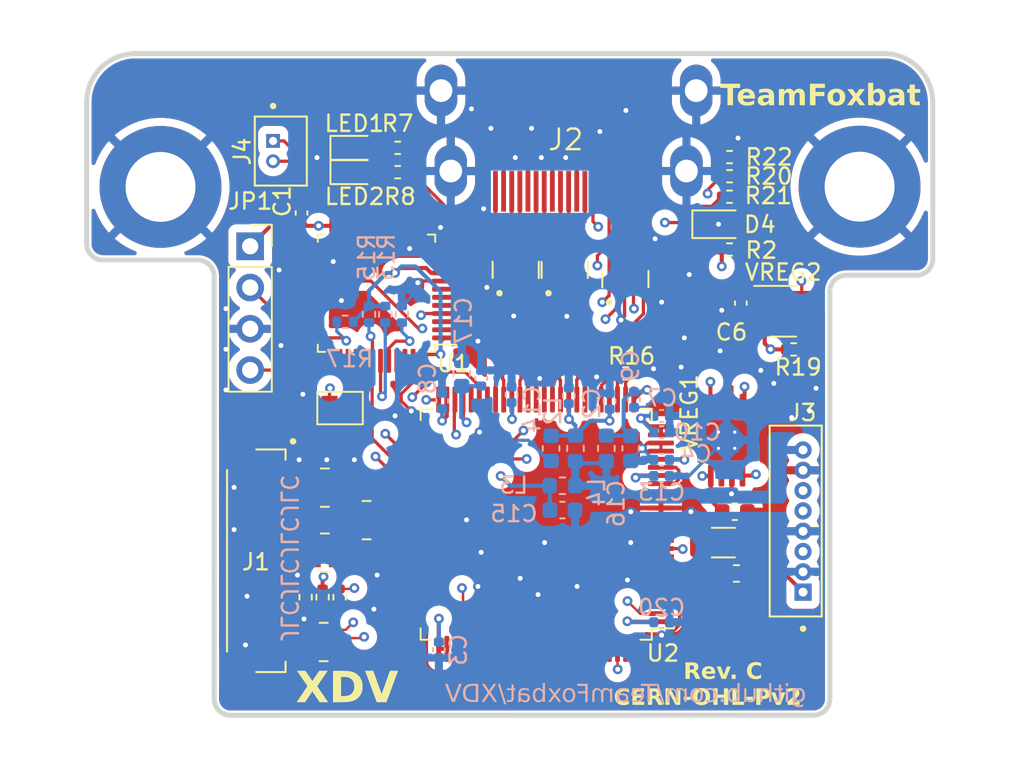
<source format=kicad_pcb>
(kicad_pcb (version 20221018) (generator pcbnew)
  (title_block (date "2024-04-17") (rev "C"))
  (layers (0 "F.Cu" signal) (1 "In1.Cu" signal) (2 "In2.Cu" signal) (31 "B.Cu" signal) (34 "B.Paste" user) (35 "F.Paste" user) (36 "B.SilkS" user "B.Silkscreen") (37 "F.SilkS" user "F.Silkscreen") (38 "B.Mask" user) (39 "F.Mask" user) (44 "Edge.Cuts" user))
  (net 0 "")
  (net 1 "+3.3V")
  (net 2 "GND")
  (net 3 "/AVDD")
  (net 4 "/DVDD")
  (net 5 "/PLVDD")
  (net 6 "+5V")
  (net 7 "/TMDS1-")
  (net 8 "/TMDS1+")
  (net 9 "/TMDS2-")
  (net 10 "/TMDS2+")
  (net 11 "/TMDSCLK-")
  (net 12 "/TMDSCLK+")
  (net 13 "/TMDS0-")
  (net 14 "/TMDS0+")
  (net 15 "/HDMI_5V")
  (net 16 "/HPD")
  (net 17 "/DDC_SDA")
  (net 18 "/DDC_SCL")
  (net 19 "/D0")
  (net 20 "/D1")
  (net 21 "/D2")
  (net 22 "/D3")
  (net 23 "/D4")
  (net 24 "/D5")
  (net 25 "/D6")
  (net 26 "/D7")
  (net 27 "/D8")
  (net 28 "/D9")
  (net 29 "/D10")
  (net 30 "/D11")
  (net 34 "/CLK")
  (net 35 "/HSYNC")
  (net 36 "/VSYNC")
  (net 38 "Net-(D4-K)")
  (net 39 "Net-(J2-HEC+)")
  (net 40 "I2C_SDA")
  (net 41 "5V_RAW")
  (net 42 "SPDIF")
  (net 43 "I2C_SCL")
  (net 44 "VCC")
  (net 45 "xI2C_SCL")
  (net 46 "xI2C_SDA")
  (net 47 "SWDIO")
  (net 48 "SWCLK")
  (net 50 "RECOVERY")
  (net 51 "Net-(LED1-A)")
  (net 52 "Net-(LED2-A)")
  (net 53 "GPIO_LED1")
  (net 54 "GPIO_LED2")
  (net 55 "/ADV_D3")
  (net 56 "/ADV_D2")
  (net 57 "/ADV_D1")
  (net 58 "/ADV_D0")
  (net 59 "/ADV_D7")
  (net 60 "/ADV_D6")
  (net 61 "/ADV_D5")
  (net 62 "/ADV_D4")
  (net 63 "/ADV_D11")
  (net 64 "/ADV_D10")
  (net 65 "/ADV_D9")
  (net 66 "/ADV_D8")
  (net 67 "/ADV_YSYNC")
  (net 68 "/ADV_HSYNC")
  (net 69 "Net-(U2-CLK)")
  (net 70 "Net-(U2-R_EXT)")
  (net 71 "INT")
  (net 72 "Net-(U1-BOOT0)")
  (net 73 "Net-(VREG2-~{FLT})")
  (net 91 "Net-(D4-A)")
  (net 96 "CEC_CLK")
  (footprint "footprints:HDMI_10029449" (layer "F.Cu") (at 145.7784 86.1777 180)
    (fp_text reference "J2")
    (fp_text value "10029449-111RLF")
  )
  (footprint "footprints:MOLEX_5034802400" (layer "F.Cu") (at 126.5664 108.9187 -90)
    (fp_text reference "J1")
    (fp_text value "5034802400")
  )
  (footprint "Inductor_SMD:L_0603_1608Metric" (layer "F.Cu") (at 156.1 109.7 180)
    (fp_text reference "L1" hide)
    (fp_text value "MLZ1608N100LT000")
  )
  (footprint "footprints:DIO_RCLAMP0524PATCT" (layer "F.Cu") (at 149.27 91.58 90)
    (fp_text reference "D3" hide)
    (fp_text value "RCLAMP0524P")
  )
  (footprint "Resistor_SMD:R_0402_1005Metric" (layer "F.Cu") (at 155.68 85.25)
    (fp_text reference "R20")
    (fp_text value "2k")
  )
  (footprint "MountingHole:MountingHole_4.3mm_M4_DIN965_Pad_TopBottom" (layer "F.Cu") (at 120.6734 85.9047)
    (fp_text reference "H1" hide)
    (fp_text value "MountingHole_Pad")
  )
  (footprint "Package_TO_SOT_SMD:SOT-23-5" (layer "F.Cu") (at 158.9825 93.56)
    (fp_text reference "VREG2")
    (fp_text value "MIC2091")
  )
  (footprint "Resistor_SMD:R_0402_1005Metric" (layer "F.Cu") (at 159.6215 95.909 180)
    (fp_text reference "R19")
    (fp_text value "2k")
  )
  (footprint "footprints:DIO_RCLAMP0524PATCT" (layer "F.Cu") (at 145.54 91.0125 90)
    (fp_text reference "D2" hide)
    (fp_text value "RCLAMP0524P")
  )
  (footprint "Connector_PinSocket_2.54mm:PinSocket_1x04_P2.54mm_Vertical" (layer "F.Cu") (at 126.19 89.56)
    (fp_text reference "JP1")
    (fp_text value "PINHD-1X5")
  )
  (footprint "Package_QFP:LQFP-100_14x14mm_P0.5mm" (layer "F.Cu") (at 143.785 106.67 180)
    (fp_text reference "U2")
    (fp_text value "ADV7511")
  )
  (footprint "footprints:MOLEX_53047-0210" (layer "F.Cu") (at 127.6 83.7 -90)
    (fp_text reference "J4")
    (fp_text value "53047-0210")
  )
  (footprint "footprints:DIO_RCLAMP0524PATCT" (layer "F.Cu") (at 142.525 91.0125 90)
    (fp_text reference "D1" hide)
    (fp_text value "RCLAMP0524P")
  )
  (footprint "xboxhdmi:R_Array_Convex_4x0402" (layer "F.Cu") (at 130.78 108.4187 180)
    (fp_text reference "R11" hide)
    (fp_text value "YC124-JR-0733RL")
  )
  (footprint "LED_SMD:LED_0603_1608Metric" (layer "F.Cu") (at 132.6125 83.5)
    (fp_text reference "LED1")
    (fp_text value "150060VS75000")
  )
  (footprint "Resistor_SMD:R_0402_1005Metric" (layer "F.Cu") (at 135.2625 83.5)
    (fp_text reference "R7")
    (fp_text value "887R 1%")
  )
  (footprint "Diode_SMD:D_SOD-323" (layer "F.Cu") (at 154.9994 88.2037)
    (fp_text reference "D4")
    (fp_text value "B5819WS-TP")
  )
  (footprint "Resistor_SMD:R_0402_1005Metric" (layer "F.Cu") (at 131.69 111.1587 -90)
    (fp_text reference "R14" hide)
    (fp_text value "100R")
  )
  (footprint "Resistor_SMD:R_0402_1005Metric" (layer "F.Cu") (at 130.645 111.1587 90)
    (fp_text reference "R4" hide)
    (fp_text value "887R 1%")
  )
  (footprint "Jumper:SolderJumper-2_P1.3mm_Open_Pad1.0x1.5mm" (layer "F.Cu") (at 131.72 99.52)
    (fp_text reference "REC1" hide)
    (fp_text value "Jumper_2_Open")
  )
  (footprint "xboxhdmi:R_Array_Convex_4x0402" (layer "F.Cu") (at 130.78 104.4187 180)
    (fp_text reference "R9" hide)
    (fp_text value "YC124-JR-0733RL")
  )
  (footprint "MountingHole:MountingHole_4.3mm_M4_DIN965_Pad_TopBottom" (layer "F.Cu") (at 163.6784 85.8901)
    (fp_text reference "H2" hide)
    (fp_text value "MountingHole_Pad")
  )
  (footprint "Capacitor_SMD:C_0402_1005Metric" (layer "F.Cu") (at 129.35 87.51 90)
    (fp_text reference "C1")
    (fp_text value "100n")
  )
  (footprint "Capacitor_SMD:C_1206_3216Metric" (layer "F.Cu") (at 155.3 107.8)
    (fp_text reference "C18" hide)
    (fp_text value "47u")
  )
  (footprint "Package_SO:MSOP-8-1EP_3x3mm_P0.65mm_EP2.5x3mm_Mask1.73x2.36mm_ThermalVias" (layer "F.Cu") (at 155.5 101.5 -90)
    (fp_text reference "VREG1")
    (fp_text value "MIC5357-SGYMME")
  )
  (footprint "Resistor_SMD:R_0402_1005Metric" (layer "F.Cu") (at 155.68 89.76 180)
    (fp_text reference "R2")
    (fp_text value "27k")
  )
  (footprint "Package_QFP:LQFP-48_7x7mm_P0.5mm" (layer "F.Cu") (at 133.96 92.45 180)
    (fp_text reference "U1")
    (fp_text value "STM32F030C8T6")
  )
  (footprint "LED_SMD:LED_0603_1608Metric" (layer "F.Cu") (at 132.6125 84.999)
    (fp_text reference "LED2")
    (fp_text value "150060BS75000")
  )
  (footprint "Resistor_SMD:R_0402_1005Metric" (layer "F.Cu") (at 129.6 111.1587 -90)
    (fp_text reference "R5" hide)
    (fp_text value "887R 1%")
  )
  (footprint "Resistor_SMD:R_0402_1005Metric" (layer "F.Cu") (at 149.29 97.39 180)
    (fp_text reference "R16")
    (fp_text value "887R 1%")
  )
  (footprint "xboxhdmi:R_Array_Convex_4x0402" (layer "F.Cu") (at 133.35 106.4187 180)
    (fp_text reference "R10" hide)
    (fp_text value "YC124-JR-0733RL")
  )
  (footprint "Resistor_SMD:R_Array_Convex_4x0402" (layer "F.Cu") (at 130.71 113.92 180)
    (fp_text reference "R12" hide)
    (fp_text value "YC124-JR-0733RL")
  )
  (footprint "Resistor_SMD:R_0402_1005Metric" (layer "F.Cu") (at 155.68 84.07 180)
    (fp_text reference "R22")
    (fp_text value "2k")
  )
  (footprint "Capacitor_SMD:C_0603_1608Metric" (layer "F.Cu") (at 156 105.9)
    (fp_text reference "C19" hide)
    (fp_text value "10u")
  )
  (footprint "footprints:MOLEX_0530470810" (layer "F.Cu") (at 159.75 106.475 90)
    (fp_text reference "J3")
    (fp_text value "0530470810")
  )
  (footprint "Resistor_SMD:R_0402_1005Metric" (layer "F.Cu") (at 135.2625 84.999)
    (fp_text reference "R8")
    (fp_text value "887R 1%")
  )
  (footprint "Capacitor_SMD:C_0402_1005Metric" (layer "F.Cu") (at 156.373 93.06 -90)
    (fp_text reference "C6")
    (fp_text value "100n")
  )
  (footprint "Resistor_SMD:R_0402_1005Metric" (layer "F.Cu") (at 155.68 86.51)
    (fp_text reference "R21")
    (fp_text value "2k")
  )
  (footprint "Capacitor_SMD:C_0603_1608Metric" (layer "B.Cu") (at 149.6 102 -90)
    (fp_text reference "C16")
    (fp_text value "10u")
  )
  (footprint "Capacitor_SMD:C_0402_1005Metric" (layer "B.Cu") (at 137.8 114.4 -90)
    (fp_text reference "C3")
    (fp_text value "100n")
  )
  (footprint "Capacitor_SMD:C_0603_1608Metric" (layer "B.Cu") (at 139.2 97.39 90)
    (fp_text reference "C17")
    (fp_text value "10u")
  )
  (footprint "Resistor_SMD:R_0402_1005Metric" (layer "B.Cu") (at 135.52 93.75 -90)
    (fp_text reference "R18" hide)
    (fp_text value "2k")
  )
  (footprint "Capacitor_SMD:C_0402_1005Metric" (layer "B.Cu") (at 145.79 98.76 90)
    (fp_text reference "C11" hide)
    (fp_text value "100n")
  )
  (footprint "Capacitor_SMD:C_0402_1005Metric" (layer "B.Cu") (at 142.27 98.7 90)
    (fp_text reference "C12" hide)
    (fp_text value "100n")
  )
  (footprint "Capacitor_SMD:C_0402_1005Metric" (layer "B.Cu") (at 151.5 102.7 180)
    (fp_text reference "C4")
    (fp_text value "100n")
  )
  (footprint "Capacitor_SMD:C_0402_1005Metric" (layer "B.Cu") (at 151.5 100)
    (fp_text reference "C7")
    (fp_text value "100n")
  )
  (footprint "Capacitor_SMD:C_0402_1005Metric" (layer "B.Cu") (at 148.3 99.1 90)
    (fp_text reference "C2")
    (fp_text value "100n")
  )
  (footprint "Resistor_SMD:R_0402_1005Metric" (layer "B.Cu") (at 132.03 94.21)
    (fp_text reference "R17")
    (fp_text value "4k7")
  )
  (footprint "Capacitor_SMD:C_0603_1608Metric" (layer "B.Cu") (at 144.7 102 -90)
    (fp_text reference "C14")
    (fp_text value "10u")
  )
  (footprint "Resistor_SMD:R_0402_1005Metric" (layer "B.Cu") (at 133.5 93.75 90)
    (fp_text reference "R15")
    (fp_text value "4k7")
  )
  (footprint "Inductor_SMD:L_0603_1608Metric" (layer "B.Cu") (at 146.2 102 -90)
    (fp_text reference "L2")
    (fp_text value "220R@100MHz")
  )
  (footprint "Capacitor_SMD:C_0402_1005Metric" (layer "B.Cu") (at 138 99.08 90)
    (fp_text reference "C8")
    (fp_text value "100n")
  )
  (footprint "Capacitor_SMD:C_0402_1005Metric" (layer "B.Cu") (at 151.5 101)
    (fp_text reference "C10")
    (fp_text value "100n")
  )
  (footprint "Inductor_SMD:L_0603_1608Metric" (layer "B.Cu") (at 148.1 102 -90)
    (fp_text reference "L4")
    (fp_text value "220R@100MHz")
  )
  (footprint "Resistor_SMD:R_0402_1005Metric" (layer "B.Cu") (at 134.5 93.75 90)
    (fp_text reference "R13")
    (fp_text value "4k7")
  )
  (footprint "Capacitor_SMD:C_0603_1608Metric" (layer "B.Cu") (at 145.4 105.8)
    (fp_text reference "C15")
    (fp_text value "10u")
  )
  (footprint "Capacitor_SMD:C_0402_1005Metric" (layer "B.Cu") (at 140.4 97.68 90)
    (fp_text reference "C5" hide)
    (fp_text value "100n")
  )
  (footprint "Inductor_SMD:L_0603_1608Metric" (layer "B.Cu") (at 145.4 104.3)
    (fp_text reference "L3")
    (fp_text value "220R@100MHz")
  )
  (footprint "Capacitor_SMD:C_0402_1005Metric" (layer "B.Cu") (at 149.8 99 -90)
    (fp_text reference "C9")
    (fp_text value "100n")
  )
  (footprint "Capacitor_SMD:C_0402_1005Metric" (layer "B.Cu") (at 151.5 112.7)
    (fp_text reference "C20")
    (fp_text value "100n")
  )
  (footprint "Capacitor_SMD:C_0402_1005Metric" (layer "B.Cu") (at 151.5 103.7)
    (fp_text reference "C13")
    (fp_text value "100n")
  )
  (gr_line (start 162.8484 91.3427) (end 167.1784 91.3427) (stroke (width 0.3048)) (layer "Edge.Cuts"))
  (gr_line (start 117.1284 90.4052) (end 122.9724 90.4052) (stroke (width 0.3048)) (layer "Edge.Cuts"))
  (gr_line (start 123.9724 91.4052) (end 123.977124 117.43289) (stroke (width 0.3048)) (layer "Edge.Cuts"))
  (gr_line (start 116.1284 80.6977) (end 116.1284 89.4052) (stroke (width 0.3048)) (layer "Edge.Cuts"))
  (gr_arc (start 168.1784 90.3427) (mid 167.885507 91.049807) (end 167.1784 91.3427) (stroke (width 0.3048)) (layer "Edge.Cuts"))
  (gr_line (start 165.1784 77.6977) (end 119.1284 77.6977) (stroke (width 0.3048)) (layer "Edge.Cuts"))
  (gr_line (start 161.8484 117.4277) (end 161.8484 92.3427) (stroke (width 0.3048)) (layer "Edge.Cuts"))
  (gr_arc (start 116.1284 80.6977) (mid 117.00708 78.57638) (end 119.1284 77.6977) (stroke (width 0.3048)) (layer "Edge.Cuts"))
  (gr_line (start 168.1784 90.3427) (end 168.1784 80.6977) (stroke (width 0.3048)) (layer "Edge.Cuts"))
  (gr_arc (start 161.8484 117.4277) (mid 161.555507 118.134807) (end 160.8484 118.4277) (stroke (width 0.3048)) (layer "Edge.Cuts"))
  (gr_arc (start 124.977124 118.43289) (mid 124.27 118.14) (end 123.977124 117.43289) (stroke (width 0.3048)) (layer "Edge.Cuts"))
  (gr_arc (start 122.9724 90.4052) (mid 123.679507 90.698093) (end 123.9724 91.4052) (stroke (width 0.3048)) (layer "Edge.Cuts"))
  (gr_arc (start 165.1784 77.6977) (mid 167.29972 78.57638) (end 168.1784 80.6977) (stroke (width 0.3048)) (layer "Edge.Cuts"))
  (gr_arc (start 161.8484 92.3427) (mid 162.141293 91.635593) (end 162.8484 91.3427) (stroke (width 0.3048)) (layer "Edge.Cuts"))
  (gr_arc (start 117.1284 90.4052) (mid 116.421293 90.112307) (end 116.1284 89.4052) (stroke (width 0.3048)) (layer "Edge.Cuts"))
  (gr_line (start 124.977124 118.43289) (end 160.8484 118.4277) (stroke (width 0.3048)) (layer "Edge.Cuts"))
  (gr_text "JLCJLCJLCJLC" (at 128 114 270) (layer "B.SilkS") (effects (font (size 1 1)) (justify left bottom mirror)))
  (gr_text "github.com/TeamFoxbat/XDV" (at 160.4 117.8) (layer "B.SilkS") (effects (font (size 1.1 1.1) (thickness 0.1)) (justify left bottom mirror)))
  (gr_text "TeamFoxbat" (at 155.1 81.1) (layer "F.SilkS") (effects (font (size 1.3 1.3) (thickness 0.25) bold) (justify left bottom)))
  (gr_text "XDV" (at 128.99 117.95) (layer "F.SilkS") (effects (font (size 1.9 1.9) (thickness 0.3) bold) (justify left bottom)))
  (gr_text "CERN-OHL-Pv2" (at 148.55 117.96) (layer "F.SilkS") (effects (font (size 1 1) (thickness 0.2) bold) (justify left bottom)))
  (gr_text "Rev. ${REVISION}" (at 152.84 116.36) (layer "F.SilkS") (effects (font (size 1 1) (thickness 0.25) bold) (justify left bottom)))
  (segment (start 137.9 95.4225) (end 138.1225 95.2) (width 0.25) (layer "F.Cu") (net 1))
  (segment (start 155.2 89.79) (end 155.17 89.76) (width 0.25) (layer "F.Cu") (net 1))
  (segment (start 155.2 90.8) (end 155.2 89.79) (width 0.25) (layer "F.Cu") (net 1))
  (segment (start 137.1225 96.2) (end 136.71 96.6125) (width 0.25) (layer "F.Cu") (net 1))
  (segment (start 137.017236 90.9) (end 137.317236 91.2) (width 0.25) (layer "F.Cu") (net 1))
  (segment (start 130.7 110) (end 130.7 109.9) (width 0.25) (layer "F.Cu") (net 1))
  (segment (start 130.4 88.3) (end 129.66 88.3) (width 0.25) (layer "F.Cu") (net 1))
  (segment (start 129.66 88.3) (end 129.35 87.99) (width 0.25) (layer "F.Cu") (net 1))
  (segment (start 156.475 103.675) (end 157.225 103.675) (width 0.25) (layer "F.Cu") (net 1))
  (segment (start 139.5 100.4) (end 139.285 100.185) (width 0.25) (layer "F.Cu") (net 1))
  (segment (start 137.9 96.2) (end 137.1225 96.2) (width 0.25) (layer "F.Cu") (net 1))
  (segment (start 135.1 91.2) (end 135.4 90.9) (width 0.25) (layer "F.Cu") (net 1))
  (segment (start 130.645 110.055) (end 130.7 110) (width 0.25) (layer "F.Cu") (net 1))
  (segment (start 130.645 110.6487) (end 130.645 110.055) (width 0.25) (layer "F.Cu") (net 1))
  (segment (start 137.317236 91.2) (end 138.1225 91.2) (width 0.25) (layer "F.Cu") (net 1))
  (segment (start 130.7 109.9) (end 130.8 109.9) (width 0.25) (layer "F.Cu") (net 1))
  (segment (start 129.35 87.99) (end 127.76 87.99) (width 0.25) (layer "F.Cu") (net 1))
  (segment (start 137.9 96.2) (end 137.9 95.4225) (width 0.25) (layer "F.Cu") (net 1))
  (segment (start 135.4 90.9) (end 137.017236 90.9) (width 0.25) (layer "F.Cu") (net 1))
  (segment (start 139.285 100.185) (end 139.285 98.995) (width 0.25) (layer "F.Cu") (net 1))
  (segment (start 130.4 88.3) (end 131.1975 88.3) (width 0.25) (layer "F.Cu") (net 1))
  (segment (start 127.76 87.99) (end 126.19 89.56) (width 0.25) (layer "F.Cu") (net 1))
  (segment (start 130.8 109.9) (end 130.7 110) (width 0.25) (layer "F.Cu") (net 1))
  (segment (start 157.225 103.675) (end 157.3 103.6) (width 0.25) (layer "F.Cu") (net 1))
  (segment (start 131.1975 88.3) (end 131.21 88.2875) (width 0.25) (layer "F.Cu") (net 1))
  (via (at 130.7 109.9) (size 0.6) (drill 0.3) (layers "F.Cu" "B.Cu") (net 1))
  (via (at 137.9 96.2) (size 0.6) (drill 0.3) (layers "F.Cu" "B.Cu") (net 1))
  (via (at 135.1 91.2) (size 0.6) (drill 0.3) (layers "F.Cu" "B.Cu") (net 1))
  (via (at 157.3 103.6) (size 0.6) (drill 0.3) (layers "F.Cu" "B.Cu") (net 1))
  (via (at 139.5 100.4) (size 0.6) (drill 0.3) (layers "F.Cu" "B.Cu") (net 1))
  (via (at 155.2 90.8) (size 0.6) (drill 0.3) (layers "F.Cu" "B.Cu") (net 1))
  (via (at 130.4 88.3) (size 0.6) (drill 0.3) (layers "F.Cu" "B.Cu") (net 1))
  (segment (start 132.54 94.21) (end 132.54 94.2) (width 0.25) (layer "B.Cu") (net 1))
  (segment (start 140.395 98.165) (end 140.4 98.16) (width 0.25) (layer "B.Cu") (net 1))
  (segment (start 133.5 93.24) (end 133.5 92.29) (width 0.25) (layer "B.Cu") (net 1))
  (segment (start 133.5 92.29) (end 133.51 92.28) (width 0.25) (layer "B.Cu") (net 1))
  (segment (start 137.9 96.2) (end 137.9 92.3444) (width 0.25) (layer "B.Cu") (net 1))
  (segment (start 137.9 92.3444) (end 136.3556 90.8) (width 0.25) (layer "B.Cu") (net 1))
  (segment (start 132.54 94.2) (end 133.5 93.24) (width 0.25) (layer "B.Cu") (net 1))
  (segment (start 136.3556 90.8) (end 135.5 90.8) (width 0.25) (layer "B.Cu") (net 1))
  (segment (start 139.17 98.165) (end 140.395 98.165) (width 0.25) (layer "B.Cu") (net 1))
  (segment (start 135.1 91.2) (end 134.59 91.2) (width 0.25) (layer "B.Cu") (net 1))
  (segment (start 133.5 93.24) (end 134.5 93.24) (width 0.25) (layer "B.Cu") (net 1))
  (segment (start 134.59 91.2) (end 133.51 92.28) (width 0.25) (layer "B.Cu") (net 1))
  (segment (start 139.17 100.07) (end 139.17 98.165) (width 0.25) (layer "B.Cu") (net 1))
  (segment (start 139.5 100.4) (end 139.17 100.07) (width 0.25) (layer "B.Cu") (net 1))
  (segment (start 135.5 90.8) (end 135.1 91.2) (width 0.25) (layer "B.Cu") (net 1))
  (segment (start 142.8007 84.2) (end 142.5 84.1) (width 0.2) (layer "F.Cu") (net 2))
  (segment (start 147.285 98.16259) (end 147.5 97.94759) (width 0.2) (layer "F.Cu") (net 2))
  (segment (start 152.29241 104.17) (end 152.56 103.90241) (width 0.2) (layer "F.Cu") (net 2))
  (segment (start 128.0664 112.6687) (end 129.3313 112.6687) (width 0.2) (layer "F.Cu") (net 2))
  (segment (start 129.6 110.6487) (end 129.08 111.1687) (width 0.2) (layer "F.Cu") (net 2))
  (segment (start 151.5 113.5) (end 151.5 113.96241) (width 0.2) (layer "F.Cu") (net 2))
  (segment (start 130.2087 114.1687) (end 130.21 114.17) (width 0.2) (layer "F.Cu") (net 2))
  (segment (start 143.785 97.915) (end 143.785 98.995) (width 0.2) (layer "F.Cu") (net 2))
  (segment (start 142.5 84.1) (end 142.5 84.2) (width 0.2) (layer "F.Cu") (net 2))
  (segment (start 128.0664 114.1687) (end 130.2087 114.1687) (width 0.2) (layer "F.Cu") (net 2))
  (segment (start 152.29241 111.67) (end 151.46 111.67) (width 0.2) (layer "F.Cu") (net 2))
  (segment (start 151.46 104.67) (end 151.46 105.17) (width 0.2) (layer "F.Cu") (net 2))
  (segment (start 145.8007 84.2) (end 145.6 84.1) (width 0.2) (layer "F.Cu") (net 2))
  (segment (start 155.825 99.325) (end 155.825 98.225) (width 0.2) (layer "F.Cu") (net 2))
  (segment (start 138.1225 91.7) (end 136.6 91.7) (width 0.2) (layer "F.Cu") (net 2))
  (segment (start 145.55 91.46) (end 145.55 93.75) (width 0.2) (layer "F.Cu") (net 2))
  (segment (start 151.46 110.67) (end 151.46 111.17) (width 0.2) (layer "F.Cu") (net 2))
  (segment (start 147.5 97.94759) (end 147.5 97.6) (width 0.2) (layer "F.Cu") (net 2))
  (segment (start 127.4687 114.1687) (end 128.0664 114.1687) (width 0.2) (layer "F.Cu") (net 2))
  (segment (start 150.63 101.67) (end 150.3 102) (width 0.2) (layer "F.Cu") (net 2))
  (segment (start 145.2561 84.2) (end 144.7784 84.6777) (width 0.2) (layer "F.Cu") (net 2))
  (segment (start 142.525 90.575) (end 142.525 91.45) (width 0.2) (layer "F.Cu") (net 2))
  (segment (start 136.21 97.91759) (end 135.47759 98.65) (width 0.2) (layer "F.Cu") (net 2))
  (segment (start 144.3007 84.2) (end 144.1 84.1) (width 0.2) (layer "F.Cu") (net 2))
  (segment (start 151.46 107.67) (end 151.46 107.17) (width 0.2) (layer "F.Cu") (net 2))
  (segment (start 155.825 101.175) (end 155.5 101.5) (width 0.2) (layer "F.Cu") (net 2))
  (segment (start 144 84.2) (end 143.7561 84.2) (width 0.2) (layer "F.Cu") (net 2))
  (segment (start 149.22 93.88) (end 149 94.1) (width 0.2) (layer "F.Cu") (net 2))
  (segment (start 128.0664 112.6687) (end 127.4664 112.6687) (width 0.2) (layer "F.Cu") (net 2))
  (segment (start 149.285 98.995) (end 149.285 97.905) (width 0.2) (layer "F.Cu") (net 2))
  (segment (start 149.27 92.0175) (end 149.22 92.0675) (width 0.2) (layer "F.Cu") (net 2))
  (segment (start 128 102.4) (end 128.0664 102.4664) (width 0.2) (layer "F.Cu") (net 2))
  (segment (start 146.2784 86.1777) (end 146.2784 84.6777) (width 0.2) (layer "F.Cu") (net 2))
  (segment (start 145.54 90.575) (end 145.54 91.45) (width 0.2) (layer "F.Cu") (net 2))
  (segment (start 145.55 93.75) (end 145.67 93.87) (width 0.2) (layer "F.Cu") (net 2))
  (segment (start 149.285 114.345) (end 149.785 114.345) (width 0.2) (layer "F.Cu") (net 2))
  (segment (start 136.21 96.6125) (end 136.21 97.91759) (width 0.2) (layer "F.Cu") (net 2))
  (segment (start 149.27 91.1425) (end 149.27 86.1861) (width 0.2) (layer "F.Cu") (net 2))
  (segment (start 149.27 91.1425) (end 149.27 92.0175) (width 0.2) (layer "F.Cu") (net 2))
  (segment (start 151.46 107.17) (end 151.46 106.67) (width 0.2) (layer "F.Cu") (net 2))
  (segment (start 145.5 84.2) (end 145.2561 84.2) (width 0.2) (layer "F.Cu") (net 2))
  (segment (start 147.285 98.995) (end 147.285 98.16259) (width 0.2) (layer "F.Cu") (net 2))
  (segment (start 139.785 115.17741) (end 139.785 114.345) (width 0.2) (layer "F.Cu") (net 2))
  (segment (start 142.2561 84.2) (end 141.7784 84.6777) (width 0.2) (layer "F.Cu") (net 2))
  (segment (start 152.6 111.97759) (end 152.29241 111.67) (width 0.2) (layer "F.Cu") (net 2))
  (segment (start 140.785 100.515) (end 140.3 101) (width 0.2) (layer "F.Cu") (net 2))
  (segment (start 151.46 110.17) (end 151.46 110.67) (width 0.2) (layer "F.Cu") (net 2))
  (segment (start 151.46 111.17) (end 151.46 111.67) (width 0.2) (layer "F.Cu") (net 2))
  (segment (start 143.7561 84.2) (end 143.2784 84.6777) (width 0.2) (layer "F.Cu") (net 2))
  (segment (start 151.5 113.96241) (end 151.11741 114.345) (width 0.2) (layer "F.Cu") (net 2))
  (segment (start 127.4664 112.6687) (end 127.1 113.0351) (width 0.2) (layer "F.Cu") (net 2))
  (segment (start 145.54 91.45) (end 145.55 91.46) (width 0.2) (layer "F.Cu") (net 2))
  (segment (start 149.285 97.905) (end 149.8 97.39) (width 0.2) (layer "F.Cu") (net 2))
  (segment (start 144.285 97.985) (end 144.285 98.995) (width 0.2) (layer "F.Cu") (net 2))
  (segment (start 139.10759 115.5) (end 139.46241 115.5) (width 0.2) (layer "F.Cu") (net 2))
  (segment (start 145.6 84.1) (end 145.5 84.2) (width 0.2) (layer "F.Cu") (net 2))
  (segment (start 131.71 88.2875) (end 131.71 87.51759) (width 0.2) (layer "F.Cu") (net 2))
  (segment (start 144.7784 84.6777) (end 144.3007 84.2) (width 0.2) (layer "F.Cu") (net 2))
  (segment (start 151.46 104.17) (end 152.29241 104.17) (width 0.2) (layer "F.Cu") (net 2))
  (segment (start 135.47759 98.65) (end 135.47759 99.07759) (width 0.2) (layer "F.Cu") (net 2))
  (segment (start 127.4664 112.1687) (end 127.2 111.9023) (width 0.2) (layer "F.Cu") (net 2))
  (segment (start 151.5 113.5) (end 151.96241 113.5) (width 0.2) (layer "F.Cu") (net 2))
  (segment (start 138.785 114.345) (end 138.785 115.17741) (width 0.2) (layer "F.Cu") (net 2))
  (segment (start 152.56 103.36) (end 152.37 103.17) (width 0.2) (layer "F.Cu") (net 2))
  (segment (start 129.3313 112.6687) (end 129.5 112.5) (width 0.2) (layer "F.Cu") (net 2))
  (segment (start 142.5 93.73) (end 142.43 93.8) (width 0.2) (layer "F.Cu") (net 2))
  (segment (start 143.2784 86.1777) (end 143.2784 84.6777) (width 0.2) (layer "F.Cu") (net 2))
  (segment (start 127.2 111.5) (end 127.5313 111.1687) (width 0.2) (layer "F.Cu") (net 2))
  (segment (start 128.0664 112.1687) (end 127.4664 112.1687) (width 0.2) (layer "F.Cu") (net 2))
  (segment (start 128.0664 103.1687) (end 128.0664 102.4664) (width 0.2) (layer "F.Cu") (net 2))
  (segment (start 150.47 102.17) (end 150.3 102) (width 0.2) (layer "F.Cu") (net 2))
  (segment (start 149.27 86.1861) (end 149.2784 86.1777) (width 0.2) (layer "F.Cu") (net 2))
  (segment (start 139.46241 115.5) (end 139.785 115.17741) (width 0.2) (layer "F.Cu") (net 2))
  (segment (start 151.96241 113.5) (end 152.6 112.86241) (width 0.2) (layer "F.Cu") (net 2))
  (segment (start 138.785 115.17741) (end 139.10759 115.5) (width 0.2) (layer "F.Cu") (net 2))
  (segment (start 136.11 101.17) (end 136.11 100.67) (width 0.2) (layer "F.Cu") (net 2))
  (segment (start 151.46 105.67) (end 151.46 106.17) (width 0.2) (layer "F.Cu") (net 2))
  (segment (start 155.825 99.325) (end 155.825 101.175) (width 0.2) (layer "F.Cu") (net 2))
  (segment (start 144 97.7) (end 144.285 97.985) (width 0.2) (layer "F.Cu") (net 2))
  (segment (start 152.37 103.17) (end 151.46 103.17) (width 0.2) (layer "F.Cu") (net 2))
  (segment (start 151.46 105.17) (end 151.46 105.67) (width 0.2) (layer "F.Cu") (net 2))
  (segment (start 127.2 111.9023) (end 127.2 111.5) (width 0.2) (layer "F.Cu") (net 2))
  (segment (start 130.21 114.67) (end 130.21 114.17) (width 0.2) (layer "F.Cu") (net 2))
  (segment (start 142.5 91.475) (end 142.5 93.73) (width 0.2) (layer "F.Cu") (net 2))
  (segment (start 129.08 111.1687) (end 128.0664 111.1687) (width 0.2) (layer "F.Cu") (net 2))
  (segment (start 146.2784 84.6777) (end 145.8007 84.2) (width 0.2) (layer "F.Cu") (net 2))
  (segment (start 140.785 98.995) (end 140.785 100.515) (width 0.2) (layer "F.Cu") (net 2))
  (segment (start 152.6 112.86241) (end 152.6 111.97759) (width 0.2) (layer "F.Cu") (net 2))
  (segment (start 140.285 114.345) (end 139.785 114.345) (width 0.2) (layer "F.Cu") (net 2))
  (segment (start 130.21 114.17) (end 131.21 114.17) (width 0.2) (layer "F.Cu") (net 2))
  (segment (start 142.525 91.45) (end 142.5 91.475) (width 0.2) (layer "F.Cu") (net 2))
  (segment (start 127.1 113.8) (end 127.4687 114.1687) (width 0.2) (layer "F.Cu") (net 2))
  (segment (start 131.71 87.51759) (end 131.22241 87.03) (width 0.2) (layer "F.Cu") (net 2))
  (segment (start 129.5 112.5) (end 129.1687 112.1687) (width 0.2) (layer "F.Cu") (net 2))
  (segment (start 127.1 113.0351) (end 127.1 113.8) (width 0.2) (layer "F.Cu") (net 2))
  (segment (start 144 97.7) (end 143.785 97.915) (width 0.2) (layer "F.Cu") (net 2))
  (segment (start 144.7784 86.1777) (end 144.7784 84.6777) (width 0.2) (layer "F.Cu") (net 2))
  (segment (start 141.7784 84.6777) (end 141.7784 86.1777) (width 0.2) (layer "F.Cu") (net 2))
  (segment (start 151.11741 114.345) (end 149.785 114.345) (width 0.2) (layer "F.Cu") (net 2))
  (segment (start 129.1687 112.1687) (end 128.0664 112.1687) (width 0.2) (layer "F.Cu") (net 2))
  (segment (start 151.46 108.67) (end 151.46 109.17) (width 0.2) (layer "F.Cu") (net 2))
  (segment (start 136.11 109.67) (end 136.11 110.17) (width 0.2) (layer "F.Cu") (net 2))
  (segment (start 151.46 109.67) (end 151.46 110.17) (width 0.2) (layer "F.Cu") (net 2))
  (segment (start 131.21 114.17) (end 131.21 114.67) (width 0.2) (layer "F.Cu") (net 2))
  (segment (start 155.8 98.2) (end 155.825 98.225) (width 0.2) (layer "F.Cu") (net 2))
  (segment (start 149.22 92.0675) (end 149.22 93.88) (width 0.2) (layer "F.Cu") (net 2))
  (segment (start 152.56 103.90241) (end 152.56 103.36) (width 0.2) (layer "F.Cu") (net 2))
  (segment (start 151.46 101.67) (end 150.63 101.67) (width 0.2) (layer "F.Cu") (net 2))
  (segment (start 135.47759 99.07759) (end 136.1 99.7) (width 0.2) (layer "F.Cu") (net 2))
  (segment (start 127.5313 111.1687) (end 128.0664 111.1687) (width 0.2) (layer "F.Cu") (net 2))
  (segment (start 136.6 91.7) (end 136.5 91.8) (width 0.2) (layer "F.Cu") (net 2))
  (segment (start 151.46 106.17) (end 151.46 106.67) (width 0.2) (layer "F.Cu") (net 2))
  (segment (start 142.5 84.2) (end 142.2561 84.2) (width 0.2) (layer "F.Cu") (net 2))
  (segment (start 151.46 104.17) (end 151.46 104.67) (width 0.2) (layer "F.Cu") (net 2))
  (segment (start 139.785 114.345) (end 148.285 114.345) (width 0.2) (layer "F.Cu") (net 2))
  (segment (start 151.46 102.17) (end 150.47 102.17) (width 0.2) (layer "F.Cu") (net 2))
  (segment (start 144.1 84.1) (end 144 84.2) (width 0.2) (layer "F.Cu") (net 2))
  (segment (start 151.46 109.17) (end 151.46 109.67) (width 0.2) (layer "F.Cu") (net 2))
  (segment (start 143.2784 84.6777) (end 142.8007 84.2) (width 0.2) (layer "F.Cu") (net 2))
  (segment (start 131.22241 87.03) (end 129.35 87.03) (width 0.2) (layer "F.Cu") (net 2))
  (segment (start 151.46 102.17) (end 151.46 101.67) (width 0.2) (layer "F.Cu") (net 2))
  (via (at 140.2 110.5) (size 0.6) (drill 0.3) (layers "F.Cu" "B.Cu") (net 2))
  (via (at 139.8 81.1) (size 0.6) (drill 0.3) (layers "F.Cu" "B.Cu") (net 2))
  (via (at 149 94.1) (size 0.6) (drill 0.3) (layers "F.Cu" "B.Cu") (net 2))
  (via (at 150.3 102) (size 0.6) (drill 0.3) (layers "F.Cu" "B.Cu") (net 2))
  (via (at 160.6 99.7) (size 0.6) (drill 0.3) (layers "F.Cu" "B.Cu") (net 2))
  (via (at 157.6 97.2) (size 0.6) (drill 0.3) (layers "F.Cu" "B.Cu") (net 2))
  (via (at 161 98.3) (size 0.6) (drill 0.3) (layers "F.Cu" "B.Cu") (net 2))
  (via (at 147.5 97.6) (size 0.6) (drill 0.3) (layers "F.Cu" "B.Cu") (net 2))
  (via (at 129.2 102.7) (size 0.6) (drill 0.3) (layers "F.Cu" "B.Cu") (net 2))
  (via (at 140.75 92.09) (size 0.6) (drill 0.3) (layers "F.Cu" "B.Cu") (net 2))
  (via (at 152.9 95.2) (size 0.6) (drill 0.3) (layers "F.Cu" "B.Cu") (net 2))
  (via (at 130.9 102.7) (size 0.6) (drill 0.3) (layers "F.Cu" "B.Cu") (net 2))
  (via (at 155 88.2) (size 0.6) (drill 0.3) (layers "F.Cu" "B.Cu") (net 2))
  (via (at 140.4 108.4) (size 0.6) (drill 0.3) (layers "F.Cu" "B.Cu") (net 2))
  (via (at 149.6 107.8) (size 0.6) (drill 0.3) (layers "F.Cu" "B.Cu") (net 2))
  (via (at 142.5 84.1) (size 0.6) (drill 0.3) (layers "F.Cu" "B.Cu") (net 2))
  (via (at 125.2 104.4) (size 0.6) (drill 0.3) (layers "F.Cu" "B.Cu") (net 2))
  (via (at 155.2 93.5) (size 0.6) (drill 0.3) (layers "F.Cu" "B.Cu") (net 2))
  (via (at 145.6 84.1) (size 0.6) (drill 0.3) (layers "F.Cu" "B.Cu") (net 2))
  (via (at 151.5 93) (size 0.6) (drill 0.3) (layers "F.Cu" "B.Cu") (net 2))
  (via (at 125.2 107) (size 0.6) (drill 0.3) (layers "F.Cu" "B.Cu") (net 2))
  (via (at 133.8 111.9) (size 0.6) (drill 0.3) (layers "F.Cu" "B.Cu") (net 2))
  (via (at 151.1 89.1) (size 0.6) (drill 0.3) (layers "F.Cu" "B.Cu") (net 2))
  (via (at 144 97.7) (size 0.6) (drill 0.3) (layers "F.Cu" "B.Cu") (net 2))
  (via (at 124.7 98.4) (size 0.6) (drill 0.3) (layers "F.Cu" "B.Cu") (net 2))
  (via (at 136 89.7) (size 0.6) (drill 0.3) (layers "F.Cu" "B.Cu") (net 2))
  (via (at 141 82.3) (size 0.6) (drill 0.3) (layers "F.Cu" "B.Cu") (net 2))
  (via (at 142.8 110) (size 0.6) (drill 0.3) (layers "F.Cu" "B.Cu") (net 2))
  (via (at 131.8 92.9) (size 0.6) (drill 0.3) (layers "F.Cu" "B.Cu") (net 2))
  (via (at 140.2 95.4) (size 0.6) (drill 0.3) (layers "F.Cu" "B.Cu") (net 2))
  (via (at 135.1 100) (size 0.6) (drill 0.3) (layers "F.Cu" "B.Cu") (net 2))
  (via (at 129.43 98.67) (size 0.6) (drill 0.3) (layers "F.Cu" "B.Cu") (net 2))
  (via (at 142.4 93.85) (size 0.6) (drill 0.3) (layers "F.Cu" "B.Cu") (net 2))
  (via (at 131.3 90.5) (size 0.6) (drill 0.3) (layers "F.Cu" "B.Cu") (net 2))
  (via (at 158.4 98) (size 0.6) (drill 0.3) (layers "F.Cu" "B.Cu") (net 2))
  (via (at 153.3 105.9) (size 0.6) (drill 0.3) (layers "F.Cu" "B.Cu") (net 2))
  (via (at 128.08 95.67) (size 0.6) (drill 0.3) (layers "F.Cu" "B.Cu") (net 2))
  (via (at 143.5 82.3) (size 0.6) (drill 0.3) (layers "F.Cu" "B.Cu") (net 2))
  (via (at 144.1 84.1) (size 0.6) (drill 0.3) (layers "F.Cu" "B.Cu") (net 2))
  (via (at 151.5 113.5) (size 0.6) (drill 0.3) (layers "F.Cu" "B.Cu") (net 2))
  (via (at 134 109.8) (size 0.6) (drill 0.3) (layers "F.Cu" "B.Cu") (net 2))
  (via (at 129.5 112.5) (size 0.6) (drill 0.3) (layers "F.Cu" "B.Cu") (net 2))
  (via (at 143.9 111) (size 0.6) (drill 0.3) (layers "F.Cu" "B.Cu") (net 2))
  (via (at 149.6 105.9) (size 0.6) (drill 0.3) (layers "F.Cu" "B.Cu") (net 2))
  (via (at 124.7 93.4) (size 0.6) (drill 0.3) (layers "F.Cu" "B.Cu") (net 2))
  (via (at 124.7 95.9) (size 0.6) (drill 0.3) (layers "F.Cu" "B.Cu") (net 2))
  (via (at 144.3 107.8) (size 0.6) (drill 0.3) (layers "F.Cu" "B.Cu") (net 2))
  (via (at 132.6 102.7) (size 0.6) (drill 0.3) (layers "F.Cu" "B.Cu") (net 2))
  (via (at 149.3 81.2) (size 0.6) (drill 0.3) (layers "F.Cu" "B.Cu") (net 2))
  (via (at 159.5 100.1) (size 0.6) (drill 0.3) (layers "F.Cu" "B.Cu") (net 2))
  (via (at 155.1 96) (size 0.6) (drill 0.3) (layers "F.Cu" "B.Cu") (net 2))
  (via (at 149.4 110.1) (size 0.6) (drill 0.3) (layers "F.Cu" "B.Cu") (net 2))
  (via (at 147.7 82.5) (size 0.6) (drill 0.3) (layers "F.Cu" "B.Cu") (net 2))
  (via (at 146.3 110.5) (size 0.6) (drill 0.3) (layers "F.Cu" "B.Cu") (net 2))
  (via (at 127.97 91.02) (size 0.6) (drill 0.3) (layers "F.Cu" "B.Cu") (net 2))
  (via (at 156.2 82.9) (size 0.6) (drill 0.3) (layers "F.Cu" "B.Cu") (net 2))
  (via (at 140.55 87.25) (size 0.6) (drill 0.3) (layers "F.Cu" "B.Cu") (net 2))
  (via (at 126 111.1) (size 0.6) (drill 0.3) (layers "F.Cu" "B.Cu") (net 2))
  (via (at 136.5 91.8) (size 0.6) (drill 0.3) (layers "F.Cu" "B.Cu") (net 2))
  (via (at 145.67 93.87) (size 0.6) (drill 0.3) (layers "F.Cu" "B.Cu") (net 2))
  (via (at 129.1 109.8) (size 0.6) (drill 0.3) (layers "F.Cu" "B.Cu") (net 2))
  (via (at 125.9 114.1) (size 0.6) (drill 0.3) (layers "F.Cu" "B.Cu") (net 2))
  (via (at 140.3 101) (size 0.6) (drill 0.3) (layers "F.Cu" "B.Cu") (net 2))
  (via (at 130.3 84.1) (size 0.6) (drill 0.3) (layers "F.Cu" "B.Cu") (net 2))
  (via (at 152.7 97) (size 0.6) (drill 0.3) (layers "F.Cu" "B.Cu") (net 2))
  (via (at 137.9 88.4) (size 0.6) (drill 0.3) (layers "F.Cu" "B.Cu") (net 2))
  (via (at 136.1 99.7) (size 0.6) (drill 0.3) (layers "F.Cu" "B.Cu") (net 2))
  (via (at 151 97.1) (size 0.6) (drill 0.3) (layers "F.Cu" "B.Cu") (net 2))
  (via (at 139.5 106.4) (size 0.6) (drill 0.3) (layers "F.Cu" "B.Cu") (net 2))
  (via (at 153.2 91.3) (size 0.6) (drill 0.3) (layers "F.Cu" "B.Cu") (net 2))
  (segment (start 151 102.7) (end 150.3 102) (width 0.2) (layer "B.Cu") (net 2))
  (segment (start 149.8 99.48) (end 150.52 99.48) (width 0.2) (layer "B.Cu") (net 2))
  (segment (start 153.179756 103.7) (end 154.879756 102) (width 0.2) (layer "B.Cu") (net 2))
  (segment (start 141.1 103) (end 140.3 102.2) (width 0.2) (layer "B.Cu") (net 2))
  (segment (start 149.6 102.7) (end 150.3 102) (width 0.2) (layer "B.Cu") (net 2))
  (segment (start 143.3 101.5) (end 142.6 101.5) (width 0.2) (layer "B.Cu") (net 2))
  (segment (start 140.3 102.2) (end 140.3 101) (width 0.2) (layer "B.Cu") (net 2))
  (segment (start 151.02 102.7) (end 151 102.7) (width 0.2) (layer "B.Cu") (net 2))
  (segment (start 135.52 93.24) (end 136.5 92.26) (width 0.2) (layer "B.Cu") (net 2))
  (segment (start 152.7 97.3) (end 152.7 97) (width 0.2) (layer "B.Cu") (net 2))
  (segment (start 150.52 99.48) (end 152.7 97.3) (width 0.2) (layer "B.Cu") (net 2))
  (segment (start 144.575 102.775) (end 143.3 101.5) (width 0.2) (layer "B.Cu") (net 2))
  (segment (start 144.7 102.775) (end 144.575 102.775) (width 0.2) (layer "B.Cu") (net 2))
  (segment (start 151.98 103.7) (end 153.179756 103.7) (width 0.2) (layer "B.Cu") (net 2))
  (segment (start 154.879756 102) (end 155 102) (width 0.2) (layer "B.Cu") (net 2))
  (segment (start 149.6 102.775) (end 149.6 102.7) (width 0.2) (layer "B.Cu") (net 2))
  (segment (start 142.6 101.5) (end 141.1 103) (width 0.2) (layer "B.Cu") (net 2))
  (segment (start 136.5 92.26) (end 136.5 91.8) (width 0.2) (layer "B.Cu") (net 2))
  (segment (start 150.226196 100.153648) (end 151.242548 101.17) (width 0.25) (layer "F.Cu") (net 3))
  (segment (start 151.46 100.67) (end 151.46 101.17) (width 0.25) (layer "F.Cu") (net 3))
  (segment (start 150.226196 100.153648) (end 150.742548 100.67) (width 0.25) (layer "F.Cu") (net 3))
  (segment (start 142.3 99.01) (end 142.285 98.995) (width 0.25) (layer "F.Cu") (net 3))
  (segment (start 148.3 100.3) (end 148.3 99.01) (width 0.25) (layer "F.Cu") (net 3))
  (segment (start 151.242548 101.17) (end 151.46 101.17) (width 0.25) (layer "F.Cu") (net 3))
  (segment (start 142.3 100.2) (end 142.3 99.01) (width 0.25) (layer "F.Cu") (net 3))
  (segment (start 145.8 99.01) (end 145.785 98.995) (width 0.25) (layer "F.Cu") (net 3))
  (segment (start 145.79 98.99) (end 145.785 98.995) (width 0.25) (layer "F.Cu") (net 3))
  (segment (start 142.29 98.99) (end 142.285 98.995) (width 0.25) (layer "F.Cu") (net 3))
  (segment (start 150.742548 100.67) (end 151.46 100.67) (width 0.25) (layer "F.Cu") (net 3))
  (segment (start 145.8 100.2) (end 145.8 99.01) (width 0.25) (layer "F.Cu") (net 3))
  (segment (start 148.3 99.01) (end 148.285 98.995) (width 0.25) (layer "F.Cu") (net 3))
  (via (at 142.3 100.2) (size 0.6) (drill 0.3) (layers "F.Cu" "B.Cu") (net 3))
  (via (at 148.3 100.3) (size 0.6) (drill 0.3) (layers "F.Cu" "B.Cu") (net 3))
  (via (at 150.226196 100.153648) (size 0.6) (drill 0.3) (layers "F.Cu" "B.Cu") (net 3))
  (via (at 145.8 100.2) (size 0.6) (drill 0.3) (layers "F.Cu" "B.Cu") (net 3))
  (segment (start 147.1125 100.3) (end 148.3 100.3) (width 0.25) (layer "B.Cu") (net 3))
  (segment (start 145.8 100.2) (end 145.8 99.25) (width 0.25) (layer "B.Cu") (net 3))
  (segment (start 142.3 99.21) (end 142.27 99.18) (width 0.25) (layer "B.Cu") (net 3))
  (segment (start 146.2 101.2125) (end 147.1125 100.3) (width 0.25) (layer "B.Cu") (net 3))
  (segment (start 146.2 101.2125) (end 144.7125 101.2125) (width 0.25) (layer "B.Cu") (net 3))
  (segment (start 150.226196 100.206196) (end 151.02 101) (width 0.25) (layer "B.Cu") (net 3))
  (segment (start 142.3 100.2) (end 142.3 99.21) (width 0.25) (layer "B.Cu") (net 3))
  (segment (start 146.2 101.2125) (end 146.2 100.6) (width 0.25) (layer "B.Cu") (net 3))
  (segment (start 148.3 99.58) (end 148.3 100.3) (width 0.25) (layer "B.Cu") (net 3))
  (segment (start 150.226196 100.153648) (end 150.226196 100.206196) (width 0.25) (layer "B.Cu") (net 3))
  (segment (start 150.379844 100) (end 151.02 100) (width 0.25) (layer "B.Cu") (net 3))
  (segment (start 144.7125 101.2125) (end 144.7 101.225) (width 0.25) (layer "B.Cu") (net 3))
  (segment (start 145.8 99.25) (end 145.79 99.24) (width 0.25) (layer "B.Cu") (net 3))
  (segment (start 146.2 100.6) (end 145.8 100.2) (width 0.25) (layer "B.Cu") (net 3))
  (segment (start 150.226196 100.153648) (end 150.379844 100) (width 0.25) (layer "B.Cu") (net 3))
  (segment (start 149.42 112.67) (end 149.39 112.64) (width 0.25) (layer "F.Cu") (net 4))
  (segment (start 137.785 114.345) (end 138.285 114.345) (width 0.25) (layer "F.Cu") (net 4))
  (segment (start 151.46 112.67) (end 149.42 112.67) (width 0.25) (layer "F.Cu") (net 4))
  (segment (start 137.785 112.495) (end 137.785 114.345) (width 0.25) (layer "F.Cu") (net 4))
  (segment (start 138.285 100.015) (end 138 100.3) (width 0.25) (layer "F.Cu") (net 4))
  (segment (start 137.8 112.48) (end 137.785 112.495) (width 0.25) (layer "F.Cu") (net 4))
  (segment (start 150.03 103.67) (end 149.9 103.8) (width 0.25) (layer "F.Cu") (net 4))
  (segment (start 138.285 98.995) (end 138.285 100.015) (width 0.25) (layer "F.Cu") (net 4))
  (segment (start 149.39 112.64) (end 149.42 112.61) (width 0.25) (layer "F.Cu") (net 4))
  (segment (start 151.46 103.67) (end 150.03 103.67) (width 0.25) (layer "F.Cu") (net 4))
  (via (at 138 100.3) (size 0.6) (drill 0.3) (layers "F.Cu" "B.Cu") (net 4))
  (via (at 141.6 103.7) (size 0.6) (drill 0.3) (layers "F.Cu" "B.Cu") (net 4))
  (via (at 137.8 112.48) (size 0.6) (drill 0.3) (layers "F.Cu" "B.Cu") (net 4))
  (via (at 149.39 112.64) (size 0.6) (drill 0.3) (layers "F.Cu" "B.Cu") (net 4))
  (via (at 149.9 103.8) (size 0.6) (drill 0.3) (layers "F.Cu" "B.Cu") (net 4))
  (segment (start 149.45 112.7) (end 149.39 112.64) (width 0.25) (layer "B.Cu") (net 4))
  (segment (start 137.8 113.92) (end 137.8 112.48) (width 0.25) (layer "B.Cu") (net 4))
  (segment (start 151.02 103.7) (end 150 103.7) (width 0.25) (layer "B.Cu") (net 4))
  (segment (start 144.625 105.8) (end 144.625 104.3125) (width 0.25) (layer "B.Cu") (net 4))
  (segment (start 142.2 104.3) (end 141.6 103.7) (width 0.25) (layer "B.Cu") (net 4))
  (segment (start 144.625 104.3125) (end 144.6125 104.3) (width 0.25) (layer "B.Cu") (net 4))
  (segment (start 151.02 112.7) (end 149.45 112.7) (width 0.25) (layer "B.Cu") (net 4))
  (segment (start 138 99.56) (end 138 100.3) (width 0.25) (layer "B.Cu") (net 4))
  (segment (start 144.6125 104.3) (end 142.2 104.3) (width 0.25) (layer "B.Cu") (net 4))
  (segment (start 150 103.7) (end 149.9 103.8) (width 0.25) (layer "B.Cu") (net 4))
  (segment (start 152.9 102.7) (end 152.87 102.67) (width 0.25) (layer "F.Cu") (net 5))
  (segment (start 150.38 98.4) (end 150.6 98.4) (width 0.25) (layer "F.Cu") (net 5))
  (segment (start 152.87 102.67) (end 151.46 102.67) (width 0.25) (layer "F.Cu") (net 5))
  (segment (start 149.785 98.995) (end 150.38 98.4) (width 0.25) (layer "F.Cu") (net 5))
  (via (at 152.9 102.7) (size 0.6) (drill 0.3) (layers "F.Cu" "B.Cu") (net 5))
  (via (at 150.6 98.4) (size 0.6) (drill 0.3) (layers "F.Cu" "B.Cu") (net 5))
  (segment (start 150.48 98.52) (end 150.6 98.4) (width 0.25) (layer "B.Cu") (net 5))
  (segment (start 149.5875 101.2125) (end 149.6 101.225) (width 0.25) (layer "B.Cu") (net 5))
  (segment (start 151.98 102.7) (end 152.9 102.7) (width 0.25) (layer "B.Cu") (net 5))
  (segment (start 149.165 100.79) (end 149.165 99.035) (width 0.25) (layer "B.Cu") (net 5))
  (segment (start 149.165 99.035) (end 149.68 98.52) (width 0.25) (layer "B.Cu") (net 5))
  (segment (start 148.1 101.2125) (end 149.5875 101.2125) (width 0.25) (layer "B.Cu") (net 5))
  (segment (start 149.68 98.52) (end 149.8 98.52) (width 0.25) (layer "B.Cu") (net 5))
  (segment (start 149.8 98.52) (end 150.48 98.52) (width 0.25) (layer "B.Cu") (net 5))
  (segment (start 149.6 101.225) (end 149.165 100.79) (width 0.25) (layer "B.Cu") (net 5))
  (segment (start 157.845 95.545) (end 157.845 94.51) (width 0.25) (layer "F.Cu") (net 6))
  (segment (start 154.5 99.3) (end 154.525 99.325) (width 0.25) (layer "F.Cu") (net 6))
  (segment (start 161.1075 91.4275) (end 156.19 86.51) (width 0.25) (layer "F.Cu") (net 6))
  (segment (start 158.233408 92.61) (end 157.845 92.61) (width 0.25) (layer "F.Cu") (net 6))
  (segment (start 157.845 94.51) (end 158.507499 94.51) (width 0.25) (layer "F.Cu") (net 6))
  (segment (start 157.845 92.61) (end 156.403 92.61) (width 0.25) (layer "F.Cu") (net 6))
  (segment (start 158.8325 93.209092) (end 158.233408 92.61) (width 0.25) (layer "F.Cu") (net 6))
  (segment (start 158.2 95.9) (end 157.845 95.545) (width 0.25) (layer "F.Cu") (net 6))
  (segment (start 158.209 95.909) (end 159.1115 95.909) (width 0.25) (layer "F.Cu") (net 6))
  (segment (start 158.8325 94.184999) (end 158.8325 93.7) (width 0.25) (layer "F.Cu") (net 6))
  (segment (start 158.8325 93.7) (end 160.368408 93.7) (width 0.25) (layer "F.Cu") (net 6))
  (segment (start 155.225 105.9) (end 154.525 105.2) (width 0.25) (layer "F.Cu") (net 6))
  (segment (start 153.825 107.3) (end 155.225 105.9) (width 0.25) (layer "F.Cu") (net 6))
  (segment (start 160.368408 93.7) (end 161.1075 92.960908) (width 0.25) (layer "F.Cu") (net 6))
  (segment (start 154.5 103.7) (end 154.525 103.675) (width 0.25) (layer "F.Cu") (net 6))
  (segment (start 158.2 95.9) (end 158.209 95.909) (width 0.25) (layer "F.Cu") (net 6))
  (segment (start 156.6 98.2) (end 156.6 99.2) (width 0.25) (layer "F.Cu") (net 6))
  (segment (start 154.5 97.9) (end 154.5 99.3) (width 0.25) (layer "F.Cu") (net 6))
  (segment (start 155.3125 109.2875) (end 153.825 107.8) (width 0.25) (layer "F.Cu") (net 6))
  (segment (start 154.525 105.2) (end 154.525 103.675) (width 0.25) (layer "F.Cu") (net 6))
  (segment (start 161.1075 92.960908) (end 161.1075 91.4275) (width 0.25) (layer "F.Cu") (net 6))
  (segment (start 156.6 99.2) (end 156.475 99.325) (width 0.25) (layer "F.Cu") (net 6))
  (segment (start 154 103.7) (end 154.5 103.7) (width 0.25) (layer "F.Cu") (net 6))
  (segment (start 153.825 107.8) (end 153.825 107.3) (width 0.25) (layer "F.Cu") (net 6))
  (segment (start 158.8325 93.7) (end 158.8325 93.209092) (width 0.25) (layer "F.Cu") (net 6))
  (segment (start 156.403 92.61) (end 156.373 92.58) (width 0.25) (layer "F.Cu") (net 6))
  (segment (start 156.19 85.25) (end 156.19 86.51) (width 0.25) (layer "F.Cu") (net 6))
  (segment (start 158.507499 94.51) (end 158.8325 94.184999) (width 0.25) (layer "F.Cu") (net 6))
  (segment (start 155.3125 109.7) (end 155.3125 109.2875) (width 0.25) (layer "F.Cu") (net 6))
  (via (at 158.2 95.9) (size 0.6) (drill 0.3) (layers "F.Cu" "B.Cu") (net 6))
  (via (at 154.5 97.9) (size 0.6) (drill 0.3) (layers "F.Cu" "B.Cu") (net 6))
  (via (at 154 103.7) (size 0.6) (drill 0.3) (layers "F.Cu" "B.Cu") (net 6))
  (via (at 156.6 98.2) (size 0.6) (drill 0.3) (layers "F.Cu" "B.Cu") (net 6))
  (segment (start 143.47 95.64) (end 143.47 92.616901) (width 0.2) (layer "F.Cu") (net 7))
  (segment (start 143.2885 99.011501) (end 143.2885 97.8115) (width 0.2) (layer "F.Cu") (net 7))
  (segment (start 143.4704 92.616501) (end 143.4704 88.380702) (width 0.2) (layer "F.Cu") (net 7))
  (segment (start 143.47 92.616901) (end 143.4704 92.616501) (width 0.2) (layer "F.Cu") (net 7))
  (segment (start 143.4704 88.380702) (end 143.7819 88.069202) (width 0.2) (layer "F.Cu") (net 7))
  (segment (start 143.227 97.75) (end 143.227 95.883) (width 0.2) (layer "F.Cu") (net 7))
  (segment (start 143.7819 88.069202) (end 143.7819 86.194201) (width 0.2) (layer "F.Cu") (net 7))
  (segment (start 143.227 95.883) (end 143.47 95.64) (width 0.2) (layer "F.Cu") (net 7))
  (segment (start 143.2885 97.8115) (end 143.227 97.75) (width 0.2) (layer "F.Cu") (net 7))
  (segment (start 143.0934 95.4766) (end 142.85 95.72) (width 0.2) (layer "F.Cu") (net 8))
  (segment (start 142.7885 97.8115) (end 142.7885 99.011501) (width 0.2) (layer "F.Cu") (net 8))
  (segment (start 142.785 98.995) (end 142.81 98.97) (width 0.2) (layer "F.Cu") (net 8))
  (segment (start 142.7819 88.069202) (end 143.0934 88.380702) (width 0.2) (layer "F.Cu") (net 8))
  (segment (start 142.85 97.75) (end 142.7885 97.8115) (width 0.2) (layer "F.Cu") (net 8))
  (segment (start 142.85 95.72) (end 142.85 97.75) (width 0.2) (layer "F.Cu") (net 8))
  (segment (start 142.7819 86.194201) (end 142.7819 88.069202) (width 0.2) (layer "F.Cu") (net 8))
  (segment (start 143.0934 88.380702) (end 143.0934 95.4766) (width 0.2) (layer "F.Cu") (net 8))
  (segment (start 141.7235 97.733499) (end 141.7235 93.2) (width 0.2) (layer "F.Cu") (net 9))
  (segment (start 142.2784 88.052701) (end 142.2784 86.1777) (width 0.2) (layer "F.Cu") (net 9))
  (segment (start 141.785 98.995) (end 141.785 97.794999) (width 0.2) (layer "F.Cu") (net 9))
  (segment (start 141.9669 92.7331) (end 141.9669 88.364201) (width 0.2) (layer "F.Cu") (net 9))
  (segment (start 141.9669 88.364201) (end 142.2784 88.052701) (width 0.2) (layer "F.Cu") (net 9))
  (segment (start 141.7235 93.2) (end 141.73 93.1935) (width 0.2) (layer "F.Cu") (net 9))
  (segment (start 141.73 92.97) (end 141.9669 92.7331) (width 0.2) (layer "F.Cu") (net 9))
  (segment (start 141.785 97.794999) (end 141.7235 97.733499) (width 0.2) (layer "F.Cu") (net 9))
  (segment (start 141.73 93.1935) (end 141.73 92.97) (width 0.2) (layer "F.Cu") (net 9))
  (segment (start 141.5899 92.5501) (end 141.3465 92.7935) (width 0.2) (layer "F.Cu") (net 10))
  (segment (start 141.3465 92.7935) (end 141.3465 97.733499) (width 0.2) (layer "F.Cu") (net 10))
  (segment (start 141.2784 86.1777) (end 141.2784 88.052701) (width 0.2) (layer "F.Cu") (net 10))
  (segment (start 141.3465 97.733499) (end 141.285 97.794999) (width 0.2) (layer "F.Cu") (net 10))
  (segment (start 141.285 97.794999) (end 141.285 98.995) (width 0.2) (layer "F.Cu") (net 10))
  (segment (start 141.2784 88.052701) (end 141.5899 88.364201) (width 0.2) (layer "F.Cu") (net 10))
  (segment (start 141.5899 88.364201) (end 141.5899 92.5501) (width 0.2) (layer "F.Cu") (net 10))
  (segment (start 146.4736 92.588499) (end 146.717 92.831899) (width 0.2) (layer "F.Cu") (net 11))
  (segment (start 146.717 92.831899) (end 146.717 97.721998) (width 0.2) (layer "F.Cu") (net 11))
  (segment (start 146.4736 88.3527) (end 146.4736 92.588499) (width 0.2) (layer "F.Cu") (net 11))
  (segment (start 146.717 97.721998) (end 146.7785 97.783498) (width 0.2) (layer "F.Cu") (net 11))
  (segment (start 146.7851 86.166199) (end 146.7851 88.0412) (width 0.2) (layer "F.Cu") (net 11))
  (segment (start 146.7851 88.0412) (end 146.4736 88.3527) (width 0.2) (layer "F.Cu") (net 11))
  (segment (start 146.7785 97.783498) (end 146.7785 98.983499) (width 0.2) (layer "F.Cu") (net 11))
  (segment (start 146.34 93.020475) (end 146.0966 92.7466) (width 0.2) (layer "F.Cu") (net 12))
  (segment (start 145.7851 88.0412) (end 145.7851 86.166199) (width 0.2) (layer "F.Cu") (net 12))
  (segment (start 146.34 97.721998) (end 146.34 93.020475) (width 0.2) (layer "F.Cu") (net 12))
  (segment (start 146.2785 98.983499) (end 146.2785 97.783498) (width 0.2) (layer "F.Cu") (net 12))
  (segment (start 146.2785 97.783498) (end 146.34 97.721998) (width 0.2) (layer "F.Cu") (net 12))
  (segment (start 146.0966 92.7466) (end 146.0966 88.3527) (width 0.2) (layer "F.Cu") (net 12))
  (segment (start 146.0966 88.3527) (end 145.7851 88.0412) (width 0.2) (layer "F.Cu") (net 12))
  (segment (start 145.2135 95.7435) (end 145.2135 97.738499) (width 0.2) (layer "F.Cu") (net 13))
  (segment (start 145.2816 86.1827) (end 145.2816 88.057701) (width 0.2) (layer "F.Cu") (net 13))
  (segment (start 144.9701 92.605) (end 144.97 92.6051) (width 0.2) (layer "F.Cu") (net 13))
  (segment (start 144.97 92.6051) (end 144.97 95.5) (width 0.2) (layer "F.Cu") (net 13))
  (segment (start 144.97 95.5) (end 145.2135 95.7435) (width 0.2) (layer "F.Cu") (net 13))
  (segment (start 145.2135 97.738499) (end 145.275 97.799999) (width 0.2) (layer "F.Cu") (net 13))
  (segment (start 145.2816 88.057701) (end 144.9701 88.369201) (width 0.2) (layer "F.Cu") (net 13))
  (segment (start 145.285 98.995) (end 145.26 98.97) (width 0.2) (layer "F.Cu") (net 13))
  (segment (start 145.275 97.799999) (end 145.275 99) (width 0.2) (layer "F.Cu") (net 13))
  (segment (start 144.9701 88.369201) (end 144.9701 92.605) (width 0.2) (layer "F.Cu") (net 13))
  (segment (start 144.8365 97.738499) (end 144.8365 95.9065) (width 0.2) (layer "F.Cu") (net 14))
  (segment (start 144.775 97.799999) (end 144.8365 97.738499) (width 0.2) (layer "F.Cu") (net 14))
  (segment (start 144.775 99) (end 144.775 97.799999) (width 0.2) (layer "F.Cu") (net 14))
  (segment (start 144.58 92.6181) (end 144.5931 92.605) (width 0.2) (layer "F.Cu") (net 14))
  (segment (start 144.58 95.65) (end 144.58 92.6181) (width 0.2) (layer "F.Cu") (net 14))
  (segment (start 144.5931 88.369201) (end 144.2816 88.057701) (width 0.2) (layer "F.Cu") (net 14))
  (segment (start 144.8365 95.9065) (end 144.58 95.65) (width 0.2) (layer "F.Cu") (net 14))
  (segment (start 144.5931 92.605) (end 144.5931 88.369201) (width 0.2) (layer "F.Cu") (net 14))
  (segment (start 144.2816 88.057701) (end 144.2816 86.1827) (width 0.2) (layer "F.Cu") (net 14))
  (segment (start 149.77 93.37) (end 149.8 93.4) (width 0.2) (layer "F.Cu") (net 15))
  (segment (start 149.7784 87.6796) (end 149.77 87.688) (width 0.2) (layer "F.Cu") (net 15))
  (segment (start 149.77 92.0175) (end 149.77 93.37) (width 0.2) (layer "F.Cu") (net 15))
  (segment (start 160.12 91.72) (end 160.1 91.7) (width 0.2) (layer "F.Cu") (net 15))
  (segment (start 149.7784 86.1777) (end 149.7784 87.6796) (width 0.2) (layer "F.Cu") (net 15))
  (segment (start 160.12 92.61) (end 160.12 91.72) (width 0.2) (layer "F.Cu") (net 15))
  (segment (start 149.77 87.688) (end 149.77 91.1425) (width 0.2) (layer "F.Cu") (net 15))
  (segment (start 149.77 92.0175) (end 149.77 91.1425) (width 0.2) (layer "F.Cu") (net 15))
  (via (at 149.8 93.4) (size 0.6) (drill 0.3) (layers "F.Cu" "B.Cu") (net 15))
  (via (at 160.1 91.7) (size 0.6) (drill 0.3) (layers "F.Cu" "B.Cu") (net 15))
  (segment (start 148.21 95.89) (end 150.38 93.72) (width 0.2) (layer "F.Cu") (net 16))
  (segment (start 147.785 98.135244) (end 148.21 97.710244) (width 0.2) (layer "F.Cu") (net 16))
  (segment (start 150.38 93.72) (end 150.38 92.1275) (width 0.2) (layer "F.Cu") (net 16))
  (segment (start 150.27 92.0175) (end 150.27 91.1425) (width 0.2) (layer "F.Cu") (net 16))
  (segment (start 147.785 98.995) (end 147.785 98.135244) (width 0.2) (layer "F.Cu") (net 16))
  (segment (start 150.38 92.1275) (end 150.27 92.0175) (width 0.2) (layer "F.Cu") (net 16))
  (segment (start 148.21 97.710244) (end 148.21 95.89) (width 0.2) (layer "F.Cu") (net 16))
  (segment (start 150.2784 86.1777) (end 150.2784 91.1341) (width 0.2) (layer "F.Cu") (net 16))
  (segment (start 150.2784 91.1341) (end 150.27 91.1425) (width 0.2) (layer "F.Cu") (net 16))
  (segment (start 152.1 87.1) (end 154.58 87.1) (width 0.2) (layer "F.Cu") (net 17))
  (segment (start 148.77 92.0175) (end 148.77 91.1425) (width 0.2) (layer "F.Cu") (net 17))
  (segment (start 150.175 84.2) (end 151.3 85.325) (width 0.2) (layer "F.Cu") (net 17))
  (segment (start 151.3 86.3) (end 152.1 87.1) (width 0.2) (layer "F.Cu") (net 17))
  (segment (start 143 100.9) (end 141.73 102.17) (width 0.2) (layer "F.Cu") (net 17))
  (segment (start 149.2561 84.2) (end 150.175 84.2) (width 0.2) (layer "F.Cu") (net 17))
  (segment (start 148.7784 86.1777) (end 148.7784 84.6777) (width 0.2) (layer "F.Cu") (net 17))
  (segment (start 148.7784 86.9286) (end 148.7784 90.5447) (width 0.2) (layer "F.Cu") (net 17))
  (segment (start 148.7784 90.5447) (end 148.77 90.5531) (width 0.2) (layer "F.Cu") (net 17))
  (segment (start 148.04725 94.04725) (end 148.77 93.3245) (width 0.2) (layer "F.Cu") (net 17))
  (segment (start 148.77 91.1425) (end 148.77 90.5531) (width 0.2) (layer "F.Cu") (net 17))
  (segment (start 148.7784 86.9286) (end 148.7784 86.1777) (width 0.2) (layer "F.Cu") (net 17))
  (segment (start 148.77 93.3245) (end 148.77 92.0175) (width 0.2) (layer "F.Cu") (net 17))
  (segment (start 141.73 102.17) (end 136.11 102.17) (width 0.2) (layer "F.Cu") (net 17))
  (segment (start 154.58 87.1) (end 155.17 86.51) (width 0.2) (layer "F.Cu") (net 17))
  (segment (start 148.7784 84.6777) (end 149.2561 84.2) (width 0.2) (layer "F.Cu") (net 17))
  (segment (start 151.3 85.325) (end 151.3 86.3) (width 0.2) (layer "F.Cu") (net 17))
  (via (at 148.04725 94.04725) (size 0.6) (drill 0.3) (layers "F.Cu" "B.Cu") (net 17))
  (via (at 143 100.9) (size 0.6) (drill 0.3) (layers "F.Cu" "B.Cu") (net 17))
  (segment (start 154.332 86.088) (end 154.332 86.3189) (width 0.2) (layer "F.Cu") (net 18))
  (segment (start 147.55 90.75) (end 147.55 90.1352) (width 0.2) (layer "F.Cu") (net 18))
  (segment (start 148.27 92.0175) (end 148.27 91.1425) (width 0.2) (layer "F.Cu") (net 18))
  (segment (start 147.85 93.0021) (end 148.2452 92.6069) (width 0.2) (layer "F.Cu") (net 18))
  (segment (start 155.17 85.25) (end 154.332 86.088) (width 0.2) (layer "F.Cu") (net 18))
  (segment (start 148.2784 86.9286) (end 148.2784 87.6796) (width 0.2) (layer "F.Cu") (net 18))
  (segment (start 148.27 87.688) (end 148.27 91.1425) (width 0.2) (layer "F.Cu") (net 18))
  (segment (start 148.2784 86.9286) (end 148.2784 86.1777) (width 0.2) (layer "F.Cu") (net 18))
  (segment (start 148.2784 86.9282) (end 148.2784 86.1777) (width 0.2) (layer "F.Cu") (net 18))
  (segment (start 147.55 90.1352) (end 148.27 89.4152) (width 0.2) (layer "F.Cu") (net 18))
  (segment (start 148.2452 92.6069) (end 148.27 92.6069) (width 0.2) (layer "F.Cu") (net 18))
  (segment (start 135.07 101.67) (end 136.11 101.67) (width 0.2) (layer "F.Cu") (net 18))
  (segment (start 134.5 101.1) (end 135.07 101.67) (width 0.2) (layer "F.Cu") (net 18))
  (segment (start 148.27 92.6069) (end 148.27 92.0175) (width 0.2) (layer "F.Cu") (net 18))
  (segment (start 148.2784 87.6796) (end 148.27 87.688) (width 0.2) (layer "F.Cu") (net 18))
  (via (at 134.5 101.1) (size 0.6) (drill 0.3) (layers "F.Cu" "B.Cu") (net 18))
  (via (at 154.332 86.3189) (size 0.6) (drill 0.3) (layers "F.Cu" "B.Cu") (net 18))
  (via (at 147.85 93.0021) (size 0.6) (drill 0.3) (layers "F.Cu" "B.Cu") (net 18))
  (via (at 147.55 90.75) (size 0.6) (drill 0.3) (layers "F.Cu" "B.Cu") (net 18))
  (segment locked (start 128.0667 103.669) (end 128.0664 103.6687) (width 0.15) (layer "F.Cu") (net 19))
  (segment (start 130.2797 103.669) (end 130.28 103.6687) (width 0.15) (layer "F.Cu") (net 19))
  (segment (start 128.0667 103.669) (end 130.2797 103.669) (width 0.15) (layer "F.Cu") (net 19))
  (segment locked (start 128.0667 104.169) (end 128.0664 104.1687) (width 0.15) (layer "F.Cu") (net 20))
  (segment (start 130.2797 104.169) (end 128.0667 104.169) (width 0.15) (layer "F.Cu") (net 20))
  (segment (start 130.2797 104.169) (end 130.28 104.1687) (width 0.15) (layer "F.Cu") (net 20))
  (segment locked (start 128.0667 104.669) (end 128.0664 104.6687) (width 0.15) (layer "F.Cu") (net 21))
  (segment (start 128.0667 104.669) (end 130.2797 104.669) (width 0.15) (layer "F.Cu") (net 21))
  (segment (start 130.2797 104.669) (end 130.28 104.6687) (width 0.15) (layer "F.Cu") (net 21))
  (segment (start 130.2797 105.169) (end 130.28 105.1687) (width 0.15) (layer "F.Cu") (net 22))
  (segment locked (start 128.0667 105.169) (end 128.0664 105.1687) (width 0.15) (layer "F.Cu") (net 22))
  (segment (start 130.2797 105.169) (end 128.0667 105.169) (width 0.15) (layer "F.Cu") (net 22))
  (segment (start 132.8497 105.669) (end 132.85 105.6687) (width 0.15) (layer "F.Cu") (net 23))
  (segment (start 128.0667 105.669) (end 132.8497 105.669) (width 0.15) (layer "F.Cu") (net 23))
  (segment locked (start 128.0667 105.669) (end 128.0664 105.6687) (width 0.15) (layer "F.Cu") (net 23))
  (segment locked (start 128.0667 106.169) (end 128.0664 106.1687) (width 0.15) (layer "F.Cu") (net 24))
  (segment (start 132.8497 106.169) (end 128.0667 106.169) (width 0.15) (layer "F.Cu") (net 24))
  (segment (start 132.8497 106.169) (end 132.85 106.1687) (width 0.15) (layer "F.Cu") (net 24))
  (segment (start 132.8497 106.669) (end 128.0667 106.669) (width 0.15) (layer "F.Cu") (net 25))
  (segment locked (start 128.0667 106.669) (end 128.0664 106.6687) (width 0.15) (layer "F.Cu") (net 25))
  (segment (start 132.8497 106.669) (end 132.85 106.6687) (width 0.15) (layer "F.Cu") (net 25))
  (segment (start 132.8497 107.169) (end 132.85 107.1687) (width 0.15) (layer "F.Cu") (net 26))
  (segment (start 132.8497 107.169) (end 128.0667 107.169) (width 0.15) (layer "F.Cu") (net 26))
  (segment locked (start 128.0667 107.169) (end 128.0664 107.1687) (width 0.15) (layer "F.Cu") (net 26))
  (segment (start 130.2797 107.669) (end 130.28 107.6687) (width 0.15) (layer "F.Cu") (net 27))
  (segment locked (start 128.0667 107.669) (end 128.0664 107.6687) (width 0.15) (layer "F.Cu") (net 27))
  (segment (start 130.2797 107.669) (end 128.0667 107.669) (width 0.15) (layer "F.Cu") (net 27))
  (segment (start 130.2797 108.169) (end 130.28 108.1687) (width 0.15) (layer "F.Cu") (net 28))
  (segment locked (start 128.0667 108.169) (end 128.0664 108.1687) (width 0.15) (layer "F.Cu") (net 28))
  (segment (start 130.2797 108.169) (end 128.0667 108.169) (width 0.15) (layer "F.Cu") (net 28))
  (segment (start 130.2797 108.669) (end 128.0667 108.669) (width 0.15) (layer "F.Cu") (net 29))
  (segment (start 130.2797 108.669) (end 130.28 108.6687) (width 0.15) (layer "F.Cu") (net 29))
  (segment locked (start 128.0667 108.669) (end 128.0664 108.6687) (width 0.15) (layer "F.Cu") (net 29))
  (segment (start 130.2797 109.169) (end 130.28 109.1687) (width 0.15) (layer "F.Cu") (net 30))
  (segment (start 130.2797 109.169) (end 128.0667 109.169) (width 0.15) (layer "F.Cu") (net 30))
  (segment locked (start 128.0667 109.169) (end 128.0664 109.1687) (width 0.15) (layer "F.Cu") (net 30))
  (segment (start 130.645 111.6687) (end 131.69 111.6687) (width 0.15) (layer "F.Cu") (net 34))
  (segment (start 128.0664 111.6687) (end 129.6 111.6687) (width 0.15) (layer "F.Cu") (net 34))
  (segment (start 129.6 111.6687) (end 130.645 111.6687) (width 0.15) (layer "F.Cu") (net 34))
  (segment (start 128.0664 113.1689) (end 128.0664 113.1687) (width 0.2) (layer "F.Cu") (net 35))
  (segment (start 128.067 113.1695) (end 128.0664 113.1689) (width 0.2) (layer "F.Cu") (net 35))
  (segment (start 128.0677 113.17) (end 128.0664 113.1687) (width 0.2) (layer "F.Cu") (net 35))
  (segment (start 130.21 113.17) (end 128.0677 113.17) (width 0.2) (layer "F.Cu") (net 35))
  (segment (start 128.0677 113.67) (end 130.21 113.67) (width 0.2) (layer "F.Cu") (net 36))
  (segment (start 128.067 113.6695) (end 128.0664 113.6689) (width 0.2) (layer "F.Cu") (net 36))
  (segment (start 128.0664 113.6689) (end 128.0664 113.6687) (width 0.2) (layer "F.Cu") (net 36))
  (segment (start 128.0664 113.6687) (end 128.0677 113.67) (width 0.2) (layer "F.Cu") (net 36))
  (segment (start 138.7481 99.0319) (end 138.785 98.995) (width 0.2) (layer "F.Cu") (net 38))
  (segment (start 147.2784 88.0387) (end 147.2784 86.1777) (width 0.2) (layer "F.Cu") (net 38))
  (segment (start 151.7 88.1) (end 153.8457 88.1) (width 0.2) (layer "F.Cu") (net 38))
  (segment (start 138.7481 101.0465) (end 138.7481 99.0319) (width 0.2) (layer "F.Cu") (net 38))
  (segment (start 138.8558 101.1542) (end 138.7481 101.0465) (width 0.2) (layer "F.Cu") (net 38))
  (segment (start 147.6 88.3603) (end 147.2784 88.0387) (width 0.2) (layer "F.Cu") (net 38))
  (segment (start 153.8457 88.1) (end 153.9494 88.2037) (width 0.2) (layer "F.Cu") (net 38))
  (via (at 151.7 88.1) (size 0.6) (drill 0.3) (layers "F.Cu" "B.Cu") (net 38))
  (via (at 138.8558 101.1542) (size 0.6) (drill 0.3) (layers "F.Cu" "B.Cu") (net 38))
  (via (at 147.6 88.3603) (size 0.6) (drill 0.3) (layers "F.Cu" "B.Cu") (net 38))
  (segment (start 155.17 84.07) (end 153.7 82.6) (width 0.2) (layer "F.Cu") (net 39))
  (segment (start 147.7784 84.6758) (end 147.7784 86.1777) (width 0.2) (layer "F.Cu") (net 39))
  (segment (start 149.8542 82.6) (end 147.7784 84.6758) (width 0.2) (layer "F.Cu") (net 39))
  (segment (start 153.7 82.6) (end 149.8542 82.6) (width 0.2) (layer "F.Cu") (net 39))
  (segment (start 134.57 103.17) (end 136.11 103.17) (width 0.2) (layer "F.Cu") (net 40))
  (segment (start 134.3 98.8) (end 134.21 98.71) (width 0.2) (layer "F.Cu") (net 40))
  (segment locked (start 133.9 102.5) (end 134.57 103.17) (width 0.2) (layer "F.Cu") (net 40))
  (segment (start 134.21 98.71) (end 134.21 96.6125) (width 0.2) (layer "F.Cu") (net 40))
  (via (at 134.3 98.8) (size 0.6) (drill 0.3) (layers "F.Cu" "B.Cu") (net 40))
  (via locked (at 133.9 102.5) (size 0.6) (drill 0.3) (layers "F.Cu" "B.Cu") (net 40))
  (segment (start 134.5 98.6) (end 134.5 94.26) (width 0.2) (layer "B.Cu") (net 40))
  (segment (start 134.3 98.8) (end 134.5 98.6) (width 0.2) (layer "B.Cu") (net 40))
  (segment (start 156.8875 109.7) (end 159.05 109.7) (width 0.25) (layer "F.Cu") (net 41))
  (segment (start 159.05 109.7) (end 160.2 110.85) (width 0.25) (layer "F.Cu") (net 41))
  (segment (start 151.46 108.17) (end 152.77 108.17) (width 0.2) (layer "F.Cu") (net 42))
  (segment (start 152.77 108.17) (end 152.8 108.2) (width 0.2) (layer "F.Cu") (net 42))
  (via (at 152.8 108.2) (size 0.6) (drill 0.3) (layers "F.Cu" "B.Cu") (net 42))
  (segment (start 133.692 101.392) (end 133.692 96.6305) (width 0.2) (layer "F.Cu") (net 43))
  (segment (start 136.11 102.6613) (end 134.9613 102.6613) (width 0.2) (layer "F.Cu") (net 43))
  (segment (start 133.71 95.21) (end 133.6 95.1) (width 0.2) (layer "F.Cu") (net 43))
  (segment (start 133.692 96.6305) (end 133.71 96.6125) (width 0.2) (layer "F.Cu") (net 43))
  (segment (start 136.1186 102.6527) (end 136.11 102.6613) (width 0.2) (layer "F.Cu") (net 43))
  (segment (start 136.11 102.6613) (end 136.11 102.67) (width 0.2) (layer "F.Cu") (net 43))
  (segment (start 143.2 102.6527) (end 136.1186 102.6527) (width 0.2) (layer "F.Cu") (net 43))
  (segment (start 133.71 96.6125) (end 133.71 95.21) (width 0.2) (layer "F.Cu") (net 43))
  (segment (start 134.9613 102.6613) (end 133.692 101.392) (width 0.2) (layer "F.Cu") (net 43))
  (via (at 133.6 95.1) (size 0.6) (drill 0.3) (layers "F.Cu" "B.Cu") (net 43))
  (via (at 143.2 102.6527) (size 0.6) (drill 0.3) (layers "F.Cu" "B.Cu") (net 43))
  (segment (start 133.5 95) (end 133.6 95.1) (width 0.2) (layer "B.Cu") (net 43))
  (segment (start 133.5 94.26) (end 133.5 95) (width 0.2) (layer "B.Cu") (net 43))
  (segment (start 155.8 103.7) (end 155.825 103.675) (width 0.25) (layer "F.Cu") (net 44))
  (segment (start 155.8 104.8) (end 155.8 103.7) (width 0.25) (layer "F.Cu") (net 44))
  (via (at 155.8 104.8) (size 0.6) (drill 0.3) (layers "F.Cu" "B.Cu") (net 44))
  (segment (start 132.71 87.51759) (end 132.71 88.2875) (width 0.2) (layer "F.Cu") (net 45))
  (segment (start 128.26741 83.075) (end 132.71 87.51759) (width 0.2) (layer "F.Cu") (net 45))
  (segment (start 127.6 83.075) (end 128.26741 83.075) (width 0.2) (layer "F.Cu") (net 45))
  (segment (start 132.21 88.2875) (end 132.21 87.51759) (width 0.2) (layer "F.Cu") (net 46))
  (segment (start 129.01741 84.325) (end 127.6 84.325) (width 0.2) (layer "F.Cu") (net 46))
  (segment (start 132.21 87.51759) (end 129.01741 84.325) (width 0.2) (layer "F.Cu") (net 46))
  (segment (start 128.29 94.2) (end 129.7975 94.2) (width 0.2) (layer "F.Cu") (net 47))
  (segment (start 126.19 92.1) (end 128.29 94.2) (width 0.2) (layer "F.Cu") (net 47))
  (segment (start 126.19 97.18) (end 130.6425 97.18) (width 0.2) (layer "F.Cu") (net 48))
  (segment (start 130.6425 97.18) (end 131.21 96.6125) (width 0.2) (layer "F.Cu") (net 48))
  (segment (start 136.8 93.7) (end 136.7 93.8) (width 0.2) (layer "F.Cu") (net 50))
  (segment (start 131.07 98.33) (end 131.1 98.3) (width 0.2) (layer "F.Cu") (net 50))
  (segment (start 138.1225 93.7) (end 136.8 93.7) (width 0.2) (layer "F.Cu") (net 50))
  (segment (start 131.07 99.52) (end 131.07 98.33) (width 0.2) (layer "F.Cu") (net 50))
  (via (at 136.7 93.8) (size 0.6) (drill 0.3) (layers "F.Cu" "B.Cu") (net 50))
  (via (at 131.1 98.3) (size 0.6) (drill 0.3) (layers "F.Cu" "B.Cu") (net 50))
  (segment (start 133.4 83.5) (end 134.7525 83.5) (width 0.2) (layer "F.Cu") (net 51))
  (segment (start 134.7525 84.999) (end 133.4 84.999) (width 0.2) (layer "F.Cu") (net 52))
  (segment (start 138.89241 94.7) (end 138.1225 94.7) (width 0.2) (layer "F.Cu") (net 53))
  (segment (start 136.3425 84.07) (end 136.3425 85.2425) (width 0.2) (layer "F.Cu") (net 53))
  (segment (start 140 88.9) (end 140 93.59241) (width 0.2) (layer "F.Cu") (net 53))
  (segment (start 140 93.59241) (end 138.89241 94.7) (width 0.2) (layer "F.Cu") (net 53))
  (segment (start 135.7725 83.5) (end 136.3425 84.07) (width 0.2) (layer "F.Cu") (net 53))
  (segment (start 136.3425 85.2425) (end 140 88.9) (width 0.2) (layer "F.Cu") (net 53))
  (segment (start 135.7725 85.0852) (end 135.7725 84.999) (width 0.2) (layer "F.Cu") (net 54))
  (segment (start 138.1225 94.2) (end 138.89241 94.2) (width 0.2) (layer "F.Cu") (net 54))
  (segment (start 135.7725 85.1725) (end 135.7725 84.999) (width 0.2) (layer "F.Cu") (net 54))
  (segment (start 139.673 89.073) (end 135.7725 85.1725) (width 0.2) (layer "F.Cu") (net 54))
  (segment (start 139.673 93.41941) (end 139.673 89.073) (width 0.2) (layer "F.Cu") (net 54))
  (segment (start 135.772 85.0857) (end 135.7725 85.0852) (width 0.2) (layer "F.Cu") (net 54))
  (segment (start 138.89241 94.2) (end 139.673 93.41941) (width 0.2) (layer "F.Cu") (net 54))
  (segment (start 136.11 105.17) (end 131.281 105.17) (width 0.15) (layer "F.Cu") (net 55))
  (segment (start 131.2813 105.17) (end 131.28 105.1687) (width 0.15) (layer "F.Cu") (net 55))
  (segment (start 136.11 104.67) (end 131.281 104.67) (width 0.15) (layer "F.Cu") (net 56))
  (segment (start 131.2813 104.67) (end 131.28 104.6687) (width 0.15) (layer "F.Cu") (net 56))
  (segment (start 136.11 104.17) (end 131.281 104.17) (width 0.15) (layer "F.Cu") (net 57))
  (segment (start 131.2813 104.17) (end 131.28 104.1687) (width 0.15) (layer "F.Cu") (net 57))
  (segment (start 131.2803 103.669) (end 131.28 103.6687) (width 0.15) (layer "F.Cu") (net 58))
  (segment (start 131.2803 103.669) (end 136.109 103.669) (width 0.15) (layer "F.Cu") (net 58))
  (segment locked (start 136.109 103.669) (end 136.11 103.67) (width 0.15) (layer "F.Cu") (net 58))
  (segment locked (start 136.109 107.169) (end 136.11 107.17) (width 0.15) (layer "F.Cu") (net 59))
  (segment (start 133.8503 107.169) (end 136.109 107.169) (width 0.15) (layer "F.Cu") (net 59))
  (segment (start 133.8503 107.169) (end 133.85 107.1687) (width 0.15) (layer "F.Cu") (net 59))
  (segment locked (start 136.109 106.669) (end 136.11 106.67) (width 0.15) (layer "F.Cu") (net 60))
  (segment (start 133.8503 106.669) (end 136.109 106.669) (width 0.15) (layer "F.Cu") (net 60))
  (segment (start 133.8503 106.669) (end 133.85 106.6687) (width 0.15) (layer "F.Cu") (net 60))
  (segment (start 133.8513 106.17) (end 133.85 106.1687) (width 0.15) (layer "F.Cu") (net 61))
  (segment (start 136.11 106.17) (end 133.851 106.17) (width 0.15) (layer "F.Cu") (net 61))
  (segment locked (start 136.109 105.669) (end 136.11 105.67) (width 0.15) (layer "F.Cu") (net 62))
  (segment (start 133.8503 105.669) (end 136.109 105.669) (width 0.15) (layer "F.Cu") (net 62))
  (segment (start 133.8503 105.669) (end 133.85 105.6687) (width 0.15) (layer "F.Cu") (net 62))
  (segment locked (start 136.109 109.169) (end 136.11 109.17) (width 0.15) (layer "F.Cu") (net 63))
  (segment (start 131.2803 109.169) (end 131.28 109.1687) (width 0.15) (layer "F.Cu") (net 63))
  (segment (start 131.2803 109.169) (end 136.109 109.169) (width 0.15) (layer "F.Cu") (net 63))
  (segment (start 136.11 108.67) (end 131.281 108.67) (width 0.15) (layer "F.Cu") (net 64))
  (segment (start 131.2813 108.67) (end 131.28 108.6687) (width 0.15) (layer "F.Cu") (net 64))
  (segment locked (start 136.109 108.169) (end 136.11 108.17) (width 0.15) (layer "F.Cu") (net 65))
  (segment (start 131.2803 108.169) (end 136.109 108.169) (width 0.15) (layer "F.Cu") (net 65))
  (segment (start 131.2803 108.169) (end 131.28 108.1687) (width 0.15) (layer "F.Cu") (net 65))
  (segment (start 131.2813 107.67) (end 131.28 107.6687) (width 0.15) (layer "F.Cu") (net 66))
  (segment (start 136.11 107.67) (end 131.281 107.67) (width 0.15) (layer "F.Cu") (net 66))
  (segment (start 150.18 112.18) (end 150.54688 112.18) (width 0.15) (layer "F.Cu") (net 67))
  (segment (start 133.12 113.68) (end 133.2 113.6) (width 0.15) (layer "F.Cu") (net 67))
  (segment (start 150.55688 112.17) (end 151.46 112.17) (width 0.15) (layer "F.Cu") (net 67))
  (segment (start 149.4 111.4) (end 150.18 112.18) (width 0.15) (layer "F.Cu") (net 67))
  (segment (start 131.21 113.67) (end 131.22 113.68) (width 0.15) (layer "F.Cu") (net 67))
  (segment (start 150.54688 112.18) (end 150.55688 112.17) (width 0.15) (layer "F.Cu") (net 67))
  (segment (start 131.22 113.68) (end 133.12 113.68) (width 0.15) (layer "F.Cu") (net 67))
  (via (at 149.4 111.4) (size 0.6) (drill 0.3) (layers "F.Cu" "B.Cu") (net 67))
  (via (at 133.2 113.6) (size 0.6) (drill 0.3) (layers "F.Cu" "B.Cu") (net 67))
  (segment (start 148.785 114.345) (end 148.785 115.585) (width 0.15) (layer "F.Cu") (net 68))
  (segment (start 132.53 112.71) (end 132.07 113.17) (width 0.15) (layer "F.Cu") (net 68))
  (segment (start 132.07 113.17) (end 131.21 113.17) (width 0.15) (layer "F.Cu") (net 68))
  (segment (start 148.785 115.585) (end 148.8 115.6) (width 0.15) (layer "F.Cu") (net 68))
  (via (at 148.8 115.6) (size 0.6) (drill 0.3) (layers "F.Cu" "B.Cu") (net 68))
  (via (at 132.53 112.71) (size 0.6) (drill 0.3) (layers "F.Cu" "B.Cu") (net 68))
  (segment (start 132.5 110.6) (end 132.6 110.6) (width 0.15) (layer "F.Cu") (net 69))
  (segment (start 139.285 110.665) (end 139.285 114.345) (width 0.15) (layer "F.Cu") (net 69))
  (segment (start 139.22 110.6) (end 139.285 110.665) (width 0.15) (layer "F.Cu") (net 69))
  (segment (start 132.5487 110.6487) (end 132.5 110.6) (width 0.15) (layer "F.Cu") (net 69))
  (segment (start 131.69 110.6487) (end 132.5487 110.6487) (width 0.15) (layer "F.Cu") (net 69))
  (via (at 132.6 110.6) (size 0.6) (drill 0.3) (layers "F.Cu" "B.Cu") (net 69))
  (via (at 139.22 110.6) (size 0.6) (drill 0.3) (layers "F.Cu" "B.Cu") (net 69))
  (segment (start 148.78 98.99) (end 148.785 98.995) (width 0.2) (layer "F.Cu") (net 70))
  (segment (start 148.78 97.39) (end 148.78 98.99) (width 0.2) (layer "F.Cu") (net 70))
  (segment (start 137.7122 97.3) (end 139.42241 97.3) (width 0.2) (layer "F.Cu") (net 71))
  (segment (start 140.285 98.16259) (end 140.285 98.995) (width 0.2) (layer "F.Cu") (net 71))
  (segment (start 136.1617 98.8505) (end 137.7122 97.3) (width 0.2) (layer "F.Cu") (net 71))
  (segment (start 139.42241 97.3) (end 140.285 98.16259) (width 0.2) (layer "F.Cu") (net 71))
  (segment (start 129.7975 95.2) (end 131.923 95.2) (width 0.2) (layer "F.Cu") (net 71))
  (segment (start 131.923 95.2) (end 132.0993 95.3763) (width 0.2) (layer "F.Cu") (net 71))
  (via (at 136.1617 98.8505) (size 0.6) (drill 0.3) (layers "F.Cu" "B.Cu") (net 71))
  (via (at 132.0993 95.3763) (size 0.6) (drill 0.3) (layers "F.Cu" "B.Cu") (net 71))
  (segment (start 131.52 94.21) (end 131.52 94.797) (width 0.2) (layer "B.Cu") (net 71))
  (segment (start 131.52 94.797) (end 132.0993 95.3763) (width 0.2) (layer "B.Cu") (net 71))
  (segment (start 135.15259 95.4) (end 136 95.4) (width 0.2) (layer "F.Cu") (net 72))
  (segment (start 134.71 95.84259) (end 135.15259 95.4) (width 0.2) (layer "F.Cu") (net 72))
  (segment (start 134.71 96.6125) (end 134.71 95.84259) (width 0.2) (layer "F.Cu") (net 72))
  (via (at 136 95.4) (size 0.6) (drill 0.3) (layers "F.Cu" "B.Cu") (net 72))
  (segment (start 136.1 95.4) (end 136 95.3) (width 0.2) (layer "B.Cu") (net 72))
  (segment (start 135.52 94.82) (end 136 95.3) (width 0.2) (layer "B.Cu") (net 72))
  (segment (start 135.52 94.26) (end 135.52 94.82) (width 0.2) (layer "B.Cu") (net 72))
  (segment (start 136 95.3) (end 136 95.4) (width 0.2) (layer "B.Cu") (net 72))
  (segment (start 136 95.4) (end 136.1 95.4) (width 0.2) (layer "B.Cu") (net 72))
  (segment (start 160.12 94.51) (end 160.1315 94.5215) (width 0.2) (layer "F.Cu") (net 73))
  (segment (start 160.1315 94.5215) (end 160.1315 95.909) (width 0.2) (layer "F.Cu") (net 73))
  (segment (start 156.19 88.3443) (end 156.19 89.76) (width 0.2) (layer "F.Cu") (net 91))
  (segment (start 156.0494 88.2037) (end 156.19 88.3443) (width 0.2) (layer "F.Cu") (net 91))
  (segment (start 133.6164 91.7) (end 136.5369 94.6205) (width 0.2) (layer "F.Cu") (net 96))
  (segment (start 136.5369 94.6205) (end 136.7829 94.6205) (width 0.2) (layer "F.Cu") (net 96))
  (segment (start 137.7659 99.0141) (end 137.785 98.995) (width 0.2) (layer "F.Cu") (net 96))
  (segment (start 129.7975 91.7) (end 133.6164 91.7) (width 0.2) (layer "F.Cu") (net 96))
  (segment (start 137.0174 99.0141) (end 137.7659 99.0141) (width 0.2) (layer "F.Cu") (net 96))
  (via (at 137.0174 99.0141) (size 0.6) (drill 0.3) (layers "F.Cu" "B.Cu") (net 96))
  (via (at 136.7829 94.6205) (size 0.6) (drill 0.3) (layers "F.Cu" "B.Cu") (net 96))
  (zone (net 2) (net_name "GND") (layers "F.Cu" "In1.Cu" "In2.Cu" "B.Cu") (connect_pads (clearance 0.5)) (min_thickness 0.25) (fill yes (thermal_gap 0.5) (thermal_bridge_width 0.5) (smoothing chamfer) (radius 0.25) (island_removal_mode 2) (island_area_min 7.5))
    (polygon (pts (xy 110.8 74.4) (xy 173.8 74.4) (xy 173.8 121.2) (xy 110.8 121.2)))
  )
  (zone (net 0) (net_name "") (layers "F.Cu" "In1.Cu" "In2.Cu" "B.Cu") (name "noCuHDMI") (connect_pads (clearance 0)) (min_thickness 0.25)
    (keepout (tracks allowed) (vias allowed) (pads allowed) (copperpour not_allowed) (footprints allowed))
    (fill (thermal_gap 0.5) (thermal_bridge_width 0.5))
    (polygon (pts (xy 141.1 98.2) (xy 141.1 99.8) (xy 147 99.8) (xy 147 98.2)))
  )
  (zone (net 0) (net_name "") (layers "F.Cu" "In1.Cu" "In2.Cu" "B.Cu") (name "noCuHDMI") (connect_pads (clearance 0)) (min_thickness 0.25)
    (keepout (tracks allowed) (vias allowed) (pads allowed) (copperpour not_allowed) (footprints allowed))
    (fill (thermal_gap 0.5) (thermal_bridge_width 0.5))
    (polygon (pts (xy 141 84.9) (xy 141 87.5) (xy 147 87.5) (xy 147 84.9)))
  )
  (zone (net 44) (net_name "VCC") (layer "B.Cu") (priority 5) (connect_pads (clearance 0.5)) (min_thickness 0.25) (fill yes (thermal_gap 0.5) (thermal_bridge_width 0.5) (smoothing chamfer) (radius 0.25) (island_removal_mode 2) (island_area_min 10))
    (polygon (pts (xy 148.9 104.4) (xy 155 104.4) (xy 156.2 104.4) (xy 156.2 104.6) (xy 158 104.6) (xy 158 101) (xy 161 101) (xy 161 102.7) (xy 159.2 102.7) (xy 159.2 105.4) (xy 147 105.4) (xy 147 104.9) (xy 145.2 104.9) (xy 145.2 102.8) (xy 148.9 102.8)))
  )
)
</source>
